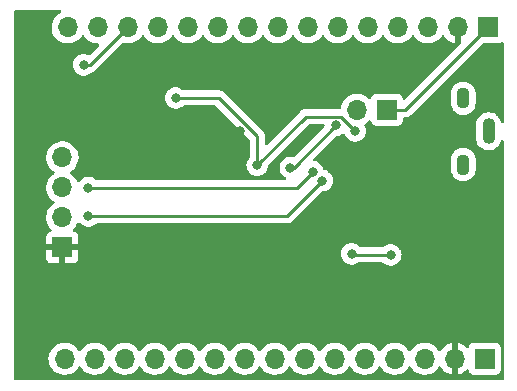
<source format=gbr>
%TF.GenerationSoftware,KiCad,Pcbnew,(6.0.5-0)*%
%TF.CreationDate,2022-07-12T00:15:49+05:30*%
%TF.ProjectId,STM32F103C8T6,53544d33-3246-4313-9033-433854362e6b,rev?*%
%TF.SameCoordinates,Original*%
%TF.FileFunction,Copper,L2,Bot*%
%TF.FilePolarity,Positive*%
%FSLAX46Y46*%
G04 Gerber Fmt 4.6, Leading zero omitted, Abs format (unit mm)*
G04 Created by KiCad (PCBNEW (6.0.5-0)) date 2022-07-12 00:15:49*
%MOMM*%
%LPD*%
G01*
G04 APERTURE LIST*
%TA.AperFunction,ComponentPad*%
%ADD10R,1.700000X1.700000*%
%TD*%
%TA.AperFunction,ComponentPad*%
%ADD11O,1.700000X1.700000*%
%TD*%
%TA.AperFunction,ComponentPad*%
%ADD12O,1.100000X1.800000*%
%TD*%
%TA.AperFunction,ComponentPad*%
%ADD13O,1.100000X2.200000*%
%TD*%
%TA.AperFunction,ViaPad*%
%ADD14C,0.800000*%
%TD*%
%TA.AperFunction,Conductor*%
%ADD15C,0.250000*%
%TD*%
%TA.AperFunction,Conductor*%
%ADD16C,0.254000*%
%TD*%
G04 APERTURE END LIST*
D10*
%TO.P,J4,1,Pin_1*%
%TO.N,GND*%
X116605000Y-131460000D03*
D11*
%TO.P,J4,2,Pin_2*%
%TO.N,SWDIO*%
X116605000Y-128920000D03*
%TO.P,J4,3,Pin_3*%
%TO.N,SWCLK*%
X116605000Y-126380000D03*
%TO.P,J4,4,Pin_4*%
%TO.N,+3.3V*%
X116605000Y-123840000D03*
%TD*%
D10*
%TO.P,J5,1,Pin_1*%
%TO.N,+3.3V*%
X144075000Y-119800000D03*
D11*
%TO.P,J5,2,Pin_2*%
%TO.N,/BOOT0*%
X141535000Y-119800000D03*
%TD*%
D12*
%TO.P,J1,6,Shield*%
%TO.N,unconnected-(J1-Pad6)*%
X150535000Y-118840000D03*
D13*
X152685000Y-121640000D03*
D12*
X150535000Y-124440000D03*
%TD*%
D10*
%TO.P,J2,1,Pin_1*%
%TO.N,+3.3V*%
X152615000Y-112830000D03*
D11*
%TO.P,J2,2,Pin_2*%
%TO.N,GND*%
X150075000Y-112830000D03*
%TO.P,J2,3,Pin_3*%
%TO.N,SWDIO*%
X147535000Y-112830000D03*
%TO.P,J2,4,Pin_4*%
%TO.N,SWCLK*%
X144995000Y-112830000D03*
%TO.P,J2,5,Pin_5*%
%TO.N,PA15*%
X142455000Y-112830000D03*
%TO.P,J2,6,Pin_6*%
%TO.N,SWO*%
X139915000Y-112830000D03*
%TO.P,J2,7,Pin_7*%
%TO.N,PB4*%
X137375000Y-112830000D03*
%TO.P,J2,8,Pin_8*%
%TO.N,PB5*%
X134835000Y-112830000D03*
%TO.P,J2,9,Pin_9*%
%TO.N,PB6*%
X132295000Y-112830000D03*
%TO.P,J2,10,Pin_10*%
%TO.N,PB7*%
X129755000Y-112830000D03*
%TO.P,J2,11,Pin_11*%
%TO.N,PB8*%
X127215000Y-112830000D03*
%TO.P,J2,12,Pin_12*%
%TO.N,PB9*%
X124675000Y-112830000D03*
%TO.P,J2,13,Pin_13*%
%TO.N,PC13*%
X122135000Y-112830000D03*
%TO.P,J2,14,Pin_14*%
%TO.N,PC14*%
X119595000Y-112830000D03*
%TO.P,J2,15,Pin_15*%
%TO.N,PC15*%
X117055000Y-112830000D03*
%TD*%
D10*
%TO.P,J3,1,Pin_1*%
%TO.N,+3.3V*%
X152345000Y-140880000D03*
D11*
%TO.P,J3,2,Pin_2*%
%TO.N,GND*%
X149805000Y-140880000D03*
%TO.P,J3,3,Pin_3*%
%TO.N,PA10*%
X147265000Y-140880000D03*
%TO.P,J3,4,Pin_4*%
%TO.N,PA9*%
X144725000Y-140880000D03*
%TO.P,J3,5,Pin_5*%
%TO.N,PA8*%
X142185000Y-140880000D03*
%TO.P,J3,6,Pin_6*%
%TO.N,PB11*%
X139645000Y-140880000D03*
%TO.P,J3,7,Pin_7*%
%TO.N,PB10*%
X137105000Y-140880000D03*
%TO.P,J3,8,Pin_8*%
%TO.N,PB2*%
X134565000Y-140880000D03*
%TO.P,J3,9,Pin_9*%
%TO.N,PB1*%
X132025000Y-140880000D03*
%TO.P,J3,10,Pin_10*%
%TO.N,PB0*%
X129485000Y-140880000D03*
%TO.P,J3,11,Pin_11*%
%TO.N,PA7*%
X126945000Y-140880000D03*
%TO.P,J3,12,Pin_12*%
%TO.N,PA6*%
X124405000Y-140880000D03*
%TO.P,J3,13,Pin_13*%
%TO.N,PA5*%
X121865000Y-140880000D03*
%TO.P,J3,14,Pin_14*%
%TO.N,PA4*%
X119325000Y-140880000D03*
%TO.P,J3,15,Pin_15*%
%TO.N,PA3*%
X116785000Y-140880000D03*
%TD*%
D14*
%TO.N,SWDIO*%
X118800000Y-128800000D03*
X138600000Y-125800000D03*
%TO.N,SWCLK*%
X137800000Y-125044014D03*
X118800000Y-126400000D03*
%TO.N,PC13*%
X118400000Y-116000000D03*
%TO.N,/BOOT0*%
X139800000Y-121100000D03*
X135900000Y-124700000D03*
%TO.N,GND*%
X144000000Y-116200000D03*
X140400000Y-134000000D03*
X148800000Y-118800000D03*
X118000000Y-121400000D03*
X141837701Y-123337701D03*
X116600000Y-133800000D03*
X144000000Y-125200000D03*
X131641218Y-121602593D03*
X153000000Y-127000000D03*
%TO.N,+3.3V*%
X133100000Y-124500000D03*
X141400000Y-121600000D03*
X144400000Y-132100000D03*
X126200000Y-118800000D03*
X141100000Y-132000000D03*
%TD*%
D15*
%TO.N,SWDIO*%
X135600000Y-128800000D02*
X138600000Y-125800000D01*
X118800000Y-128800000D02*
X135600000Y-128800000D01*
%TO.N,SWCLK*%
X118800000Y-126400000D02*
X136444014Y-126400000D01*
X136444014Y-126400000D02*
X137800000Y-125044014D01*
%TO.N,PC13*%
X122135000Y-112830000D02*
X118965000Y-116000000D01*
X118965000Y-116000000D02*
X118400000Y-116000000D01*
%TO.N,/BOOT0*%
X136200000Y-124700000D02*
X135900000Y-124700000D01*
X139800000Y-121100000D02*
X136200000Y-124700000D01*
%TO.N,GND*%
X141837701Y-123337701D02*
X143700000Y-125200000D01*
X143700000Y-125200000D02*
X144000000Y-125200000D01*
%TO.N,+3.3V*%
X133100000Y-122036761D02*
X129863239Y-118800000D01*
D16*
X141200000Y-132100000D02*
X141100000Y-132000000D01*
D15*
X129863239Y-118800000D02*
X126200000Y-118800000D01*
X141400000Y-121600000D02*
X140175489Y-120375489D01*
X137224511Y-120375489D02*
X133100000Y-124500000D01*
D16*
X144400000Y-132100000D02*
X141200000Y-132100000D01*
D15*
X145645000Y-119800000D02*
X144075000Y-119800000D01*
X133100000Y-124500000D02*
X133100000Y-122036761D01*
X140175489Y-120375489D02*
X137224511Y-120375489D01*
X152615000Y-112830000D02*
X145645000Y-119800000D01*
%TD*%
%TA.AperFunction,Conductor*%
%TO.N,GND*%
G36*
X116454275Y-111398502D02*
G01*
X116500768Y-111452158D01*
X116510872Y-111522432D01*
X116481378Y-111587012D01*
X116444336Y-111616262D01*
X116328607Y-111676507D01*
X116324474Y-111679610D01*
X116324471Y-111679612D01*
X116300247Y-111697800D01*
X116149965Y-111810635D01*
X115995629Y-111972138D01*
X115869743Y-112156680D01*
X115775688Y-112359305D01*
X115715989Y-112574570D01*
X115692251Y-112796695D01*
X115705110Y-113019715D01*
X115706247Y-113024761D01*
X115706248Y-113024767D01*
X115727275Y-113118069D01*
X115754222Y-113237639D01*
X115838266Y-113444616D01*
X115889942Y-113528944D01*
X115952291Y-113630688D01*
X115954987Y-113635088D01*
X116101250Y-113803938D01*
X116273126Y-113946632D01*
X116466000Y-114059338D01*
X116674692Y-114139030D01*
X116679760Y-114140061D01*
X116679763Y-114140062D01*
X116774862Y-114159410D01*
X116893597Y-114183567D01*
X116898772Y-114183757D01*
X116898774Y-114183757D01*
X117111673Y-114191564D01*
X117111677Y-114191564D01*
X117116837Y-114191753D01*
X117121957Y-114191097D01*
X117121959Y-114191097D01*
X117333288Y-114164025D01*
X117333289Y-114164025D01*
X117338416Y-114163368D01*
X117377434Y-114151662D01*
X117547429Y-114100661D01*
X117547434Y-114100659D01*
X117552384Y-114099174D01*
X117752994Y-114000896D01*
X117934860Y-113871173D01*
X118093096Y-113713489D01*
X118152594Y-113630689D01*
X118223453Y-113532077D01*
X118224776Y-113533028D01*
X118271645Y-113489857D01*
X118341580Y-113477625D01*
X118407026Y-113505144D01*
X118434875Y-113536994D01*
X118494987Y-113635088D01*
X118641250Y-113803938D01*
X118813126Y-113946632D01*
X119006000Y-114059338D01*
X119214692Y-114139030D01*
X119219760Y-114140061D01*
X119219763Y-114140062D01*
X119314862Y-114159410D01*
X119433597Y-114183567D01*
X119438771Y-114183757D01*
X119438773Y-114183757D01*
X119506293Y-114186233D01*
X119580649Y-114188959D01*
X119647990Y-114211443D01*
X119692486Y-114266767D01*
X119700008Y-114337364D01*
X119665126Y-114403969D01*
X118920381Y-115148714D01*
X118858069Y-115182740D01*
X118787254Y-115177675D01*
X118780038Y-115174726D01*
X118688323Y-115133892D01*
X118688315Y-115133889D01*
X118682288Y-115131206D01*
X118588888Y-115111353D01*
X118501944Y-115092872D01*
X118501939Y-115092872D01*
X118495487Y-115091500D01*
X118304513Y-115091500D01*
X118298061Y-115092872D01*
X118298056Y-115092872D01*
X118211112Y-115111353D01*
X118117712Y-115131206D01*
X118111682Y-115133891D01*
X118111681Y-115133891D01*
X117949278Y-115206197D01*
X117949276Y-115206198D01*
X117943248Y-115208882D01*
X117788747Y-115321134D01*
X117660960Y-115463056D01*
X117565473Y-115628444D01*
X117506458Y-115810072D01*
X117486496Y-116000000D01*
X117506458Y-116189928D01*
X117565473Y-116371556D01*
X117660960Y-116536944D01*
X117665378Y-116541851D01*
X117665379Y-116541852D01*
X117734370Y-116618474D01*
X117788747Y-116678866D01*
X117943248Y-116791118D01*
X117949276Y-116793802D01*
X117949278Y-116793803D01*
X118111681Y-116866109D01*
X118117712Y-116868794D01*
X118211113Y-116888647D01*
X118298056Y-116907128D01*
X118298061Y-116907128D01*
X118304513Y-116908500D01*
X118495487Y-116908500D01*
X118501939Y-116907128D01*
X118501944Y-116907128D01*
X118588887Y-116888647D01*
X118682288Y-116868794D01*
X118688319Y-116866109D01*
X118850722Y-116793803D01*
X118850724Y-116793802D01*
X118856752Y-116791118D01*
X119011253Y-116678866D01*
X119026812Y-116661586D01*
X119087259Y-116624348D01*
X119104650Y-116620893D01*
X119105495Y-116620786D01*
X119123797Y-116618474D01*
X119131168Y-116615555D01*
X119131170Y-116615555D01*
X119164912Y-116602196D01*
X119176142Y-116598351D01*
X119210983Y-116588229D01*
X119210984Y-116588229D01*
X119218593Y-116586018D01*
X119225412Y-116581985D01*
X119225417Y-116581983D01*
X119236028Y-116575707D01*
X119253776Y-116567012D01*
X119272617Y-116559552D01*
X119308387Y-116533564D01*
X119318307Y-116527048D01*
X119349535Y-116508580D01*
X119349538Y-116508578D01*
X119356362Y-116504542D01*
X119370683Y-116490221D01*
X119385717Y-116477380D01*
X119395694Y-116470131D01*
X119402107Y-116465472D01*
X119430298Y-116431395D01*
X119438288Y-116422616D01*
X121679549Y-114181355D01*
X121741861Y-114147329D01*
X121793762Y-114146979D01*
X121973597Y-114183567D01*
X121978772Y-114183757D01*
X121978774Y-114183757D01*
X122191673Y-114191564D01*
X122191677Y-114191564D01*
X122196837Y-114191753D01*
X122201957Y-114191097D01*
X122201959Y-114191097D01*
X122413288Y-114164025D01*
X122413289Y-114164025D01*
X122418416Y-114163368D01*
X122457434Y-114151662D01*
X122627429Y-114100661D01*
X122627434Y-114100659D01*
X122632384Y-114099174D01*
X122832994Y-114000896D01*
X123014860Y-113871173D01*
X123173096Y-113713489D01*
X123232594Y-113630689D01*
X123303453Y-113532077D01*
X123304776Y-113533028D01*
X123351645Y-113489857D01*
X123421580Y-113477625D01*
X123487026Y-113505144D01*
X123514875Y-113536994D01*
X123574987Y-113635088D01*
X123721250Y-113803938D01*
X123893126Y-113946632D01*
X124086000Y-114059338D01*
X124294692Y-114139030D01*
X124299760Y-114140061D01*
X124299763Y-114140062D01*
X124394862Y-114159410D01*
X124513597Y-114183567D01*
X124518772Y-114183757D01*
X124518774Y-114183757D01*
X124731673Y-114191564D01*
X124731677Y-114191564D01*
X124736837Y-114191753D01*
X124741957Y-114191097D01*
X124741959Y-114191097D01*
X124953288Y-114164025D01*
X124953289Y-114164025D01*
X124958416Y-114163368D01*
X124997434Y-114151662D01*
X125167429Y-114100661D01*
X125167434Y-114100659D01*
X125172384Y-114099174D01*
X125372994Y-114000896D01*
X125554860Y-113871173D01*
X125713096Y-113713489D01*
X125772594Y-113630689D01*
X125843453Y-113532077D01*
X125844776Y-113533028D01*
X125891645Y-113489857D01*
X125961580Y-113477625D01*
X126027026Y-113505144D01*
X126054875Y-113536994D01*
X126114987Y-113635088D01*
X126261250Y-113803938D01*
X126433126Y-113946632D01*
X126626000Y-114059338D01*
X126834692Y-114139030D01*
X126839760Y-114140061D01*
X126839763Y-114140062D01*
X126934862Y-114159410D01*
X127053597Y-114183567D01*
X127058772Y-114183757D01*
X127058774Y-114183757D01*
X127271673Y-114191564D01*
X127271677Y-114191564D01*
X127276837Y-114191753D01*
X127281957Y-114191097D01*
X127281959Y-114191097D01*
X127493288Y-114164025D01*
X127493289Y-114164025D01*
X127498416Y-114163368D01*
X127537434Y-114151662D01*
X127707429Y-114100661D01*
X127707434Y-114100659D01*
X127712384Y-114099174D01*
X127912994Y-114000896D01*
X128094860Y-113871173D01*
X128253096Y-113713489D01*
X128312594Y-113630689D01*
X128383453Y-113532077D01*
X128384776Y-113533028D01*
X128431645Y-113489857D01*
X128501580Y-113477625D01*
X128567026Y-113505144D01*
X128594875Y-113536994D01*
X128654987Y-113635088D01*
X128801250Y-113803938D01*
X128973126Y-113946632D01*
X129166000Y-114059338D01*
X129374692Y-114139030D01*
X129379760Y-114140061D01*
X129379763Y-114140062D01*
X129474862Y-114159410D01*
X129593597Y-114183567D01*
X129598772Y-114183757D01*
X129598774Y-114183757D01*
X129811673Y-114191564D01*
X129811677Y-114191564D01*
X129816837Y-114191753D01*
X129821957Y-114191097D01*
X129821959Y-114191097D01*
X130033288Y-114164025D01*
X130033289Y-114164025D01*
X130038416Y-114163368D01*
X130077434Y-114151662D01*
X130247429Y-114100661D01*
X130247434Y-114100659D01*
X130252384Y-114099174D01*
X130452994Y-114000896D01*
X130634860Y-113871173D01*
X130793096Y-113713489D01*
X130852594Y-113630689D01*
X130923453Y-113532077D01*
X130924776Y-113533028D01*
X130971645Y-113489857D01*
X131041580Y-113477625D01*
X131107026Y-113505144D01*
X131134875Y-113536994D01*
X131194987Y-113635088D01*
X131341250Y-113803938D01*
X131513126Y-113946632D01*
X131706000Y-114059338D01*
X131914692Y-114139030D01*
X131919760Y-114140061D01*
X131919763Y-114140062D01*
X132014862Y-114159410D01*
X132133597Y-114183567D01*
X132138772Y-114183757D01*
X132138774Y-114183757D01*
X132351673Y-114191564D01*
X132351677Y-114191564D01*
X132356837Y-114191753D01*
X132361957Y-114191097D01*
X132361959Y-114191097D01*
X132573288Y-114164025D01*
X132573289Y-114164025D01*
X132578416Y-114163368D01*
X132617434Y-114151662D01*
X132787429Y-114100661D01*
X132787434Y-114100659D01*
X132792384Y-114099174D01*
X132992994Y-114000896D01*
X133174860Y-113871173D01*
X133333096Y-113713489D01*
X133392594Y-113630689D01*
X133463453Y-113532077D01*
X133464776Y-113533028D01*
X133511645Y-113489857D01*
X133581580Y-113477625D01*
X133647026Y-113505144D01*
X133674875Y-113536994D01*
X133734987Y-113635088D01*
X133881250Y-113803938D01*
X134053126Y-113946632D01*
X134246000Y-114059338D01*
X134454692Y-114139030D01*
X134459760Y-114140061D01*
X134459763Y-114140062D01*
X134554862Y-114159410D01*
X134673597Y-114183567D01*
X134678772Y-114183757D01*
X134678774Y-114183757D01*
X134891673Y-114191564D01*
X134891677Y-114191564D01*
X134896837Y-114191753D01*
X134901957Y-114191097D01*
X134901959Y-114191097D01*
X135113288Y-114164025D01*
X135113289Y-114164025D01*
X135118416Y-114163368D01*
X135157434Y-114151662D01*
X135327429Y-114100661D01*
X135327434Y-114100659D01*
X135332384Y-114099174D01*
X135532994Y-114000896D01*
X135714860Y-113871173D01*
X135873096Y-113713489D01*
X135932594Y-113630689D01*
X136003453Y-113532077D01*
X136004776Y-113533028D01*
X136051645Y-113489857D01*
X136121580Y-113477625D01*
X136187026Y-113505144D01*
X136214875Y-113536994D01*
X136274987Y-113635088D01*
X136421250Y-113803938D01*
X136593126Y-113946632D01*
X136786000Y-114059338D01*
X136994692Y-114139030D01*
X136999760Y-114140061D01*
X136999763Y-114140062D01*
X137094862Y-114159410D01*
X137213597Y-114183567D01*
X137218772Y-114183757D01*
X137218774Y-114183757D01*
X137431673Y-114191564D01*
X137431677Y-114191564D01*
X137436837Y-114191753D01*
X137441957Y-114191097D01*
X137441959Y-114191097D01*
X137653288Y-114164025D01*
X137653289Y-114164025D01*
X137658416Y-114163368D01*
X137697434Y-114151662D01*
X137867429Y-114100661D01*
X137867434Y-114100659D01*
X137872384Y-114099174D01*
X138072994Y-114000896D01*
X138254860Y-113871173D01*
X138413096Y-113713489D01*
X138472594Y-113630689D01*
X138543453Y-113532077D01*
X138544776Y-113533028D01*
X138591645Y-113489857D01*
X138661580Y-113477625D01*
X138727026Y-113505144D01*
X138754875Y-113536994D01*
X138814987Y-113635088D01*
X138961250Y-113803938D01*
X139133126Y-113946632D01*
X139326000Y-114059338D01*
X139534692Y-114139030D01*
X139539760Y-114140061D01*
X139539763Y-114140062D01*
X139634862Y-114159410D01*
X139753597Y-114183567D01*
X139758772Y-114183757D01*
X139758774Y-114183757D01*
X139971673Y-114191564D01*
X139971677Y-114191564D01*
X139976837Y-114191753D01*
X139981957Y-114191097D01*
X139981959Y-114191097D01*
X140193288Y-114164025D01*
X140193289Y-114164025D01*
X140198416Y-114163368D01*
X140237434Y-114151662D01*
X140407429Y-114100661D01*
X140407434Y-114100659D01*
X140412384Y-114099174D01*
X140612994Y-114000896D01*
X140794860Y-113871173D01*
X140953096Y-113713489D01*
X141012594Y-113630689D01*
X141083453Y-113532077D01*
X141084776Y-113533028D01*
X141131645Y-113489857D01*
X141201580Y-113477625D01*
X141267026Y-113505144D01*
X141294875Y-113536994D01*
X141354987Y-113635088D01*
X141501250Y-113803938D01*
X141673126Y-113946632D01*
X141866000Y-114059338D01*
X142074692Y-114139030D01*
X142079760Y-114140061D01*
X142079763Y-114140062D01*
X142174862Y-114159410D01*
X142293597Y-114183567D01*
X142298772Y-114183757D01*
X142298774Y-114183757D01*
X142511673Y-114191564D01*
X142511677Y-114191564D01*
X142516837Y-114191753D01*
X142521957Y-114191097D01*
X142521959Y-114191097D01*
X142733288Y-114164025D01*
X142733289Y-114164025D01*
X142738416Y-114163368D01*
X142777434Y-114151662D01*
X142947429Y-114100661D01*
X142947434Y-114100659D01*
X142952384Y-114099174D01*
X143152994Y-114000896D01*
X143334860Y-113871173D01*
X143493096Y-113713489D01*
X143552594Y-113630689D01*
X143623453Y-113532077D01*
X143624776Y-113533028D01*
X143671645Y-113489857D01*
X143741580Y-113477625D01*
X143807026Y-113505144D01*
X143834875Y-113536994D01*
X143894987Y-113635088D01*
X144041250Y-113803938D01*
X144213126Y-113946632D01*
X144406000Y-114059338D01*
X144614692Y-114139030D01*
X144619760Y-114140061D01*
X144619763Y-114140062D01*
X144714862Y-114159410D01*
X144833597Y-114183567D01*
X144838772Y-114183757D01*
X144838774Y-114183757D01*
X145051673Y-114191564D01*
X145051677Y-114191564D01*
X145056837Y-114191753D01*
X145061957Y-114191097D01*
X145061959Y-114191097D01*
X145273288Y-114164025D01*
X145273289Y-114164025D01*
X145278416Y-114163368D01*
X145317434Y-114151662D01*
X145487429Y-114100661D01*
X145487434Y-114100659D01*
X145492384Y-114099174D01*
X145692994Y-114000896D01*
X145874860Y-113871173D01*
X146033096Y-113713489D01*
X146092594Y-113630689D01*
X146163453Y-113532077D01*
X146164776Y-113533028D01*
X146211645Y-113489857D01*
X146281580Y-113477625D01*
X146347026Y-113505144D01*
X146374875Y-113536994D01*
X146434987Y-113635088D01*
X146581250Y-113803938D01*
X146753126Y-113946632D01*
X146946000Y-114059338D01*
X147154692Y-114139030D01*
X147159760Y-114140061D01*
X147159763Y-114140062D01*
X147254862Y-114159410D01*
X147373597Y-114183567D01*
X147378772Y-114183757D01*
X147378774Y-114183757D01*
X147591673Y-114191564D01*
X147591677Y-114191564D01*
X147596837Y-114191753D01*
X147601957Y-114191097D01*
X147601959Y-114191097D01*
X147813288Y-114164025D01*
X147813289Y-114164025D01*
X147818416Y-114163368D01*
X147857434Y-114151662D01*
X148027429Y-114100661D01*
X148027434Y-114100659D01*
X148032384Y-114099174D01*
X148232994Y-114000896D01*
X148414860Y-113871173D01*
X148573096Y-113713489D01*
X148632594Y-113630689D01*
X148703453Y-113532077D01*
X148704640Y-113532930D01*
X148751960Y-113489362D01*
X148821897Y-113477145D01*
X148887338Y-113504678D01*
X148915166Y-113536511D01*
X148972694Y-113630388D01*
X148978777Y-113638699D01*
X149118213Y-113799667D01*
X149125580Y-113806883D01*
X149289434Y-113942916D01*
X149297881Y-113948831D01*
X149481756Y-114056279D01*
X149491042Y-114060729D01*
X149690001Y-114136703D01*
X149699899Y-114139579D01*
X149803250Y-114160606D01*
X149817299Y-114159410D01*
X149821000Y-114149065D01*
X149821000Y-112702000D01*
X149841002Y-112633879D01*
X149894658Y-112587386D01*
X149947000Y-112576000D01*
X150203000Y-112576000D01*
X150271121Y-112596002D01*
X150317614Y-112649658D01*
X150329000Y-112702000D01*
X150329000Y-114166632D01*
X150324185Y-114166632D01*
X150324178Y-114203140D01*
X150292384Y-114256712D01*
X147963077Y-116586018D01*
X145639724Y-118909371D01*
X145577412Y-118943397D01*
X145506597Y-118938332D01*
X145449761Y-118895785D01*
X145428047Y-118849423D01*
X145427598Y-118847534D01*
X145426745Y-118839684D01*
X145375615Y-118703295D01*
X145288261Y-118586739D01*
X145171705Y-118499385D01*
X145035316Y-118448255D01*
X144973134Y-118441500D01*
X143176866Y-118441500D01*
X143114684Y-118448255D01*
X142978295Y-118499385D01*
X142861739Y-118586739D01*
X142774385Y-118703295D01*
X142771233Y-118711703D01*
X142729919Y-118821907D01*
X142687277Y-118878671D01*
X142620716Y-118903371D01*
X142551367Y-118888163D01*
X142518743Y-118862476D01*
X142468151Y-118806875D01*
X142468142Y-118806866D01*
X142464670Y-118803051D01*
X142460619Y-118799852D01*
X142460615Y-118799848D01*
X142293414Y-118667800D01*
X142293410Y-118667798D01*
X142289359Y-118664598D01*
X142093789Y-118556638D01*
X142088920Y-118554914D01*
X142088916Y-118554912D01*
X141888087Y-118483795D01*
X141888083Y-118483794D01*
X141883212Y-118482069D01*
X141878119Y-118481162D01*
X141878116Y-118481161D01*
X141668373Y-118443800D01*
X141668367Y-118443799D01*
X141663284Y-118442894D01*
X141589452Y-118441992D01*
X141445081Y-118440228D01*
X141445079Y-118440228D01*
X141439911Y-118440165D01*
X141219091Y-118473955D01*
X141006756Y-118543357D01*
X140808607Y-118646507D01*
X140804474Y-118649610D01*
X140804471Y-118649612D01*
X140634100Y-118777530D01*
X140629965Y-118780635D01*
X140590525Y-118821907D01*
X140536280Y-118878671D01*
X140475629Y-118942138D01*
X140349743Y-119126680D01*
X140255688Y-119329305D01*
X140195989Y-119544570D01*
X140195440Y-119549705D01*
X140195440Y-119549706D01*
X140186926Y-119629378D01*
X140159798Y-119694987D01*
X140101506Y-119735516D01*
X140061639Y-119741989D01*
X137303274Y-119741989D01*
X137292090Y-119741462D01*
X137284602Y-119739788D01*
X137276679Y-119740037D01*
X137216544Y-119741927D01*
X137212586Y-119741989D01*
X137184655Y-119741989D01*
X137180740Y-119742484D01*
X137180736Y-119742484D01*
X137180678Y-119742492D01*
X137180649Y-119742495D01*
X137168807Y-119743428D01*
X137124621Y-119744816D01*
X137107255Y-119749861D01*
X137105169Y-119750467D01*
X137085817Y-119754475D01*
X137073579Y-119756021D01*
X137073577Y-119756022D01*
X137065714Y-119757015D01*
X137024597Y-119773295D01*
X137013396Y-119777130D01*
X136970917Y-119789471D01*
X136964098Y-119793504D01*
X136964093Y-119793506D01*
X136953482Y-119799782D01*
X136935732Y-119808479D01*
X136916894Y-119815937D01*
X136910478Y-119820598D01*
X136910477Y-119820599D01*
X136881136Y-119841917D01*
X136871212Y-119848436D01*
X136839971Y-119866911D01*
X136839966Y-119866915D01*
X136833148Y-119870947D01*
X136818824Y-119885271D01*
X136803792Y-119898110D01*
X136787404Y-119910017D01*
X136766994Y-119934689D01*
X136759223Y-119944082D01*
X136751233Y-119952862D01*
X133948595Y-122755500D01*
X133886283Y-122789526D01*
X133815468Y-122784461D01*
X133758632Y-122741914D01*
X133733821Y-122675394D01*
X133733500Y-122666405D01*
X133733500Y-122115528D01*
X133734027Y-122104345D01*
X133735702Y-122096852D01*
X133733562Y-122028775D01*
X133733500Y-122024816D01*
X133733500Y-121996905D01*
X133732995Y-121992905D01*
X133732062Y-121981062D01*
X133731677Y-121968794D01*
X133730673Y-121936871D01*
X133725022Y-121917419D01*
X133721014Y-121898067D01*
X133719467Y-121885824D01*
X133718474Y-121877964D01*
X133715357Y-121870091D01*
X133702200Y-121836858D01*
X133698355Y-121825631D01*
X133696480Y-121819177D01*
X133686018Y-121783168D01*
X133681984Y-121776346D01*
X133681981Y-121776340D01*
X133675706Y-121765729D01*
X133667010Y-121747979D01*
X133662472Y-121736517D01*
X133662469Y-121736512D01*
X133659552Y-121729144D01*
X133633573Y-121693386D01*
X133627057Y-121683468D01*
X133608575Y-121652218D01*
X133604542Y-121645398D01*
X133590218Y-121631074D01*
X133577376Y-121616039D01*
X133570493Y-121606565D01*
X133565472Y-121599654D01*
X133531406Y-121571472D01*
X133522627Y-121563483D01*
X130366891Y-118407747D01*
X130359351Y-118399461D01*
X130355239Y-118392982D01*
X130305587Y-118346356D01*
X130302746Y-118343602D01*
X130283009Y-118323865D01*
X130279812Y-118321385D01*
X130270790Y-118313680D01*
X130244339Y-118288841D01*
X130238560Y-118283414D01*
X130231614Y-118279595D01*
X130231611Y-118279593D01*
X130220805Y-118273652D01*
X130204286Y-118262801D01*
X130198287Y-118258148D01*
X130188280Y-118250386D01*
X130181011Y-118247241D01*
X130181007Y-118247238D01*
X130147702Y-118232826D01*
X130137052Y-118227609D01*
X130098299Y-118206305D01*
X130078676Y-118201267D01*
X130059973Y-118194863D01*
X130048659Y-118189967D01*
X130048658Y-118189967D01*
X130041384Y-118186819D01*
X130033561Y-118185580D01*
X130033551Y-118185577D01*
X129997715Y-118179901D01*
X129986095Y-118177495D01*
X129950950Y-118168472D01*
X129950949Y-118168472D01*
X129943269Y-118166500D01*
X129923015Y-118166500D01*
X129903304Y-118164949D01*
X129891125Y-118163020D01*
X129883296Y-118161780D01*
X129875404Y-118162526D01*
X129839278Y-118165941D01*
X129827420Y-118166500D01*
X126908200Y-118166500D01*
X126840079Y-118146498D01*
X126820853Y-118130157D01*
X126820580Y-118130460D01*
X126815668Y-118126037D01*
X126811253Y-118121134D01*
X126769217Y-118090593D01*
X126662094Y-118012763D01*
X126662093Y-118012762D01*
X126656752Y-118008882D01*
X126650724Y-118006198D01*
X126650722Y-118006197D01*
X126488319Y-117933891D01*
X126488318Y-117933891D01*
X126482288Y-117931206D01*
X126367689Y-117906847D01*
X126301944Y-117892872D01*
X126301939Y-117892872D01*
X126295487Y-117891500D01*
X126104513Y-117891500D01*
X126098061Y-117892872D01*
X126098056Y-117892872D01*
X126032311Y-117906847D01*
X125917712Y-117931206D01*
X125911682Y-117933891D01*
X125911681Y-117933891D01*
X125749278Y-118006197D01*
X125749276Y-118006198D01*
X125743248Y-118008882D01*
X125588747Y-118121134D01*
X125584326Y-118126044D01*
X125584325Y-118126045D01*
X125475203Y-118247238D01*
X125460960Y-118263056D01*
X125365473Y-118428444D01*
X125306458Y-118610072D01*
X125305768Y-118616633D01*
X125305768Y-118616635D01*
X125297415Y-118696109D01*
X125286496Y-118800000D01*
X125287186Y-118806565D01*
X125297361Y-118903371D01*
X125306458Y-118989928D01*
X125365473Y-119171556D01*
X125460960Y-119336944D01*
X125588747Y-119478866D01*
X125743248Y-119591118D01*
X125749276Y-119593802D01*
X125749278Y-119593803D01*
X125911681Y-119666109D01*
X125917712Y-119668794D01*
X126011112Y-119688647D01*
X126098056Y-119707128D01*
X126098061Y-119707128D01*
X126104513Y-119708500D01*
X126295487Y-119708500D01*
X126301939Y-119707128D01*
X126301944Y-119707128D01*
X126388888Y-119688647D01*
X126482288Y-119668794D01*
X126488319Y-119666109D01*
X126650722Y-119593803D01*
X126650724Y-119593802D01*
X126656752Y-119591118D01*
X126713751Y-119549706D01*
X126789671Y-119494546D01*
X126811253Y-119478866D01*
X126815668Y-119473963D01*
X126820580Y-119469540D01*
X126821705Y-119470789D01*
X126875014Y-119437949D01*
X126908200Y-119433500D01*
X129548645Y-119433500D01*
X129616766Y-119453502D01*
X129637740Y-119470405D01*
X132429595Y-122262260D01*
X132463621Y-122324572D01*
X132466500Y-122351355D01*
X132466500Y-123797476D01*
X132446498Y-123865597D01*
X132434142Y-123881779D01*
X132360960Y-123963056D01*
X132265473Y-124128444D01*
X132206458Y-124310072D01*
X132205768Y-124316633D01*
X132205768Y-124316635D01*
X132204527Y-124328444D01*
X132186496Y-124500000D01*
X132206458Y-124689928D01*
X132265473Y-124871556D01*
X132268776Y-124877278D01*
X132268777Y-124877279D01*
X132279705Y-124896206D01*
X132360960Y-125036944D01*
X132365378Y-125041851D01*
X132365379Y-125041852D01*
X132441187Y-125126045D01*
X132488747Y-125178866D01*
X132643248Y-125291118D01*
X132649276Y-125293802D01*
X132649278Y-125293803D01*
X132799386Y-125360635D01*
X132817712Y-125368794D01*
X132911113Y-125388647D01*
X132998056Y-125407128D01*
X132998061Y-125407128D01*
X133004513Y-125408500D01*
X133195487Y-125408500D01*
X133201939Y-125407128D01*
X133201944Y-125407128D01*
X133288887Y-125388647D01*
X133382288Y-125368794D01*
X133400614Y-125360635D01*
X133550722Y-125293803D01*
X133550724Y-125293802D01*
X133556752Y-125291118D01*
X133711253Y-125178866D01*
X133758813Y-125126045D01*
X133834621Y-125041852D01*
X133834622Y-125041851D01*
X133839040Y-125036944D01*
X133920295Y-124896206D01*
X133931223Y-124877279D01*
X133931224Y-124877278D01*
X133934527Y-124871556D01*
X133993542Y-124689928D01*
X134010907Y-124524706D01*
X134037920Y-124459050D01*
X134047122Y-124448782D01*
X137450010Y-121045894D01*
X137512322Y-121011868D01*
X137539105Y-121008989D01*
X138690917Y-121008989D01*
X138759038Y-121028991D01*
X138805531Y-121082647D01*
X138815635Y-121152921D01*
X138786141Y-121217501D01*
X138780013Y-121224083D01*
X137496967Y-122507128D01*
X136222912Y-123781183D01*
X136160600Y-123815209D01*
X136107623Y-123815335D01*
X136050412Y-123803175D01*
X136001944Y-123792872D01*
X136001940Y-123792872D01*
X135995487Y-123791500D01*
X135804513Y-123791500D01*
X135798061Y-123792872D01*
X135798056Y-123792872D01*
X135711112Y-123811353D01*
X135617712Y-123831206D01*
X135611682Y-123833891D01*
X135611681Y-123833891D01*
X135449278Y-123906197D01*
X135449276Y-123906198D01*
X135443248Y-123908882D01*
X135288747Y-124021134D01*
X135284326Y-124026044D01*
X135284325Y-124026045D01*
X135265752Y-124046673D01*
X135160960Y-124163056D01*
X135065473Y-124328444D01*
X135006458Y-124510072D01*
X134986496Y-124700000D01*
X134987186Y-124706565D01*
X135005129Y-124877279D01*
X135006458Y-124889928D01*
X135065473Y-125071556D01*
X135160960Y-125236944D01*
X135165378Y-125241851D01*
X135165379Y-125241852D01*
X135279678Y-125368794D01*
X135288747Y-125378866D01*
X135443248Y-125491118D01*
X135449276Y-125493802D01*
X135449278Y-125493803D01*
X135520231Y-125525393D01*
X135574327Y-125571373D01*
X135594976Y-125639300D01*
X135575624Y-125707609D01*
X135522413Y-125754610D01*
X135468982Y-125766500D01*
X119508200Y-125766500D01*
X119440079Y-125746498D01*
X119420853Y-125730157D01*
X119420580Y-125730460D01*
X119415668Y-125726037D01*
X119411253Y-125721134D01*
X119347362Y-125674714D01*
X119262094Y-125612763D01*
X119262093Y-125612762D01*
X119256752Y-125608882D01*
X119250724Y-125606198D01*
X119250722Y-125606197D01*
X119088319Y-125533891D01*
X119088318Y-125533891D01*
X119082288Y-125531206D01*
X118988887Y-125511353D01*
X118901944Y-125492872D01*
X118901939Y-125492872D01*
X118895487Y-125491500D01*
X118704513Y-125491500D01*
X118698061Y-125492872D01*
X118698056Y-125492872D01*
X118611113Y-125511353D01*
X118517712Y-125531206D01*
X118511682Y-125533891D01*
X118511681Y-125533891D01*
X118349278Y-125606197D01*
X118349276Y-125606198D01*
X118343248Y-125608882D01*
X118188747Y-125721134D01*
X118184326Y-125726044D01*
X118184325Y-125726045D01*
X118141759Y-125773319D01*
X118060960Y-125863056D01*
X118059772Y-125861986D01*
X118009959Y-125900397D01*
X117939223Y-125906471D01*
X117876432Y-125873338D01*
X117848698Y-125833224D01*
X117831397Y-125793435D01*
X117806354Y-125735840D01*
X117762373Y-125667855D01*
X117687822Y-125552617D01*
X117687820Y-125552614D01*
X117685014Y-125548277D01*
X117534670Y-125383051D01*
X117530619Y-125379852D01*
X117530615Y-125379848D01*
X117363414Y-125247800D01*
X117363410Y-125247798D01*
X117359359Y-125244598D01*
X117318053Y-125221796D01*
X117268084Y-125171364D01*
X117253312Y-125101921D01*
X117278428Y-125035516D01*
X117305780Y-125008909D01*
X117349603Y-124977650D01*
X117484860Y-124881173D01*
X117643096Y-124723489D01*
X117659975Y-124700000D01*
X117770435Y-124546277D01*
X117773453Y-124542077D01*
X117787929Y-124512788D01*
X117870136Y-124346453D01*
X117870137Y-124346451D01*
X117872430Y-124341811D01*
X117928231Y-124158148D01*
X117935865Y-124133023D01*
X117935865Y-124133021D01*
X117937370Y-124128069D01*
X117966529Y-123906590D01*
X117966946Y-123889534D01*
X117968074Y-123843365D01*
X117968074Y-123843361D01*
X117968156Y-123840000D01*
X117949852Y-123617361D01*
X117895431Y-123400702D01*
X117806354Y-123195840D01*
X117749310Y-123107664D01*
X117687822Y-123012617D01*
X117687820Y-123012614D01*
X117685014Y-123008277D01*
X117534670Y-122843051D01*
X117530619Y-122839852D01*
X117530615Y-122839848D01*
X117363414Y-122707800D01*
X117363410Y-122707798D01*
X117359359Y-122704598D01*
X117163789Y-122596638D01*
X117158920Y-122594914D01*
X117158916Y-122594912D01*
X116958087Y-122523795D01*
X116958083Y-122523794D01*
X116953212Y-122522069D01*
X116948119Y-122521162D01*
X116948116Y-122521161D01*
X116738373Y-122483800D01*
X116738367Y-122483799D01*
X116733284Y-122482894D01*
X116659452Y-122481992D01*
X116515081Y-122480228D01*
X116515079Y-122480228D01*
X116509911Y-122480165D01*
X116289091Y-122513955D01*
X116076756Y-122583357D01*
X116046443Y-122599137D01*
X115917223Y-122666405D01*
X115878607Y-122686507D01*
X115874474Y-122689610D01*
X115874471Y-122689612D01*
X115704100Y-122817530D01*
X115699965Y-122820635D01*
X115545629Y-122982138D01*
X115542715Y-122986410D01*
X115542714Y-122986411D01*
X115463805Y-123102088D01*
X115419743Y-123166680D01*
X115388131Y-123234782D01*
X115336826Y-123345311D01*
X115325688Y-123369305D01*
X115265989Y-123584570D01*
X115242251Y-123806695D01*
X115242548Y-123811848D01*
X115242548Y-123811851D01*
X115251596Y-123968774D01*
X115255110Y-124029715D01*
X115256247Y-124034761D01*
X115256248Y-124034767D01*
X115272938Y-124108822D01*
X115304222Y-124247639D01*
X115388266Y-124454616D01*
X115504987Y-124645088D01*
X115651250Y-124813938D01*
X115823126Y-124956632D01*
X115881026Y-124990466D01*
X115896445Y-124999476D01*
X115945169Y-125051114D01*
X115958240Y-125120897D01*
X115931509Y-125186669D01*
X115891055Y-125220027D01*
X115878607Y-125226507D01*
X115874474Y-125229610D01*
X115874471Y-125229612D01*
X115797722Y-125287237D01*
X115699965Y-125360635D01*
X115696393Y-125364373D01*
X115572707Y-125493803D01*
X115545629Y-125522138D01*
X115542715Y-125526410D01*
X115542714Y-125526411D01*
X115457556Y-125651249D01*
X115419743Y-125706680D01*
X115373378Y-125806565D01*
X115347653Y-125861986D01*
X115325688Y-125909305D01*
X115265989Y-126124570D01*
X115242251Y-126346695D01*
X115242548Y-126351848D01*
X115242548Y-126351851D01*
X115249872Y-126478866D01*
X115255110Y-126569715D01*
X115256247Y-126574761D01*
X115256248Y-126574767D01*
X115276834Y-126666109D01*
X115304222Y-126787639D01*
X115388266Y-126994616D01*
X115504987Y-127185088D01*
X115651250Y-127353938D01*
X115823126Y-127496632D01*
X115893595Y-127537811D01*
X115896445Y-127539476D01*
X115945169Y-127591114D01*
X115958240Y-127660897D01*
X115931509Y-127726669D01*
X115891055Y-127760027D01*
X115878607Y-127766507D01*
X115874474Y-127769610D01*
X115874471Y-127769612D01*
X115710304Y-127892872D01*
X115699965Y-127900635D01*
X115696393Y-127904373D01*
X115599088Y-128006197D01*
X115545629Y-128062138D01*
X115542715Y-128066410D01*
X115542714Y-128066411D01*
X115476402Y-128163621D01*
X115419743Y-128246680D01*
X115325688Y-128449305D01*
X115265989Y-128664570D01*
X115242251Y-128886695D01*
X115255110Y-129109715D01*
X115256247Y-129114761D01*
X115256248Y-129114767D01*
X115277275Y-129208069D01*
X115304222Y-129327639D01*
X115388266Y-129534616D01*
X115504987Y-129725088D01*
X115651250Y-129893938D01*
X115655225Y-129897238D01*
X115655231Y-129897244D01*
X115660425Y-129901556D01*
X115700059Y-129960460D01*
X115701555Y-130031441D01*
X115664439Y-130091962D01*
X115624168Y-130116480D01*
X115516946Y-130156676D01*
X115501351Y-130165214D01*
X115399276Y-130241715D01*
X115386715Y-130254276D01*
X115310214Y-130356351D01*
X115301676Y-130371946D01*
X115256522Y-130492394D01*
X115252895Y-130507649D01*
X115247369Y-130558514D01*
X115247000Y-130565328D01*
X115247000Y-131187885D01*
X115251475Y-131203124D01*
X115252865Y-131204329D01*
X115260548Y-131206000D01*
X117944884Y-131206000D01*
X117960123Y-131201525D01*
X117961328Y-131200135D01*
X117962999Y-131192452D01*
X117962999Y-130565331D01*
X117962629Y-130558510D01*
X117957105Y-130507648D01*
X117953479Y-130492396D01*
X117908324Y-130371946D01*
X117899786Y-130356351D01*
X117823285Y-130254276D01*
X117810724Y-130241715D01*
X117708649Y-130165214D01*
X117693054Y-130156676D01*
X117582813Y-130115348D01*
X117526049Y-130072706D01*
X117501349Y-130006145D01*
X117516557Y-129936796D01*
X117538104Y-129908115D01*
X117639430Y-129807144D01*
X117639440Y-129807132D01*
X117643096Y-129803489D01*
X117702594Y-129720689D01*
X117770435Y-129626277D01*
X117773453Y-129622077D01*
X117866623Y-129433562D01*
X117870136Y-129426453D01*
X117870137Y-129426451D01*
X117872430Y-129421811D01*
X117874405Y-129415310D01*
X117874765Y-129414762D01*
X117875836Y-129412056D01*
X117876395Y-129412277D01*
X117913351Y-129355949D01*
X117978208Y-129327067D01*
X118048383Y-129337834D01*
X118088597Y-129367638D01*
X118146605Y-129432062D01*
X118188747Y-129478866D01*
X118343248Y-129591118D01*
X118349276Y-129593802D01*
X118349278Y-129593803D01*
X118511681Y-129666109D01*
X118517712Y-129668794D01*
X118611112Y-129688647D01*
X118698056Y-129707128D01*
X118698061Y-129707128D01*
X118704513Y-129708500D01*
X118895487Y-129708500D01*
X118901939Y-129707128D01*
X118901944Y-129707128D01*
X118988888Y-129688647D01*
X119082288Y-129668794D01*
X119088319Y-129666109D01*
X119250722Y-129593803D01*
X119250724Y-129593802D01*
X119256752Y-129591118D01*
X119328459Y-129539020D01*
X119389671Y-129494546D01*
X119411253Y-129478866D01*
X119415668Y-129473963D01*
X119420580Y-129469540D01*
X119421705Y-129470789D01*
X119475014Y-129437949D01*
X119508200Y-129433500D01*
X135521233Y-129433500D01*
X135532416Y-129434027D01*
X135539909Y-129435702D01*
X135547835Y-129435453D01*
X135547836Y-129435453D01*
X135607986Y-129433562D01*
X135611945Y-129433500D01*
X135639856Y-129433500D01*
X135643791Y-129433003D01*
X135643856Y-129432995D01*
X135655693Y-129432062D01*
X135687951Y-129431048D01*
X135691970Y-129430922D01*
X135699889Y-129430673D01*
X135719343Y-129425021D01*
X135738700Y-129421013D01*
X135750930Y-129419468D01*
X135750931Y-129419468D01*
X135758797Y-129418474D01*
X135766168Y-129415555D01*
X135766170Y-129415555D01*
X135799912Y-129402196D01*
X135811142Y-129398351D01*
X135845983Y-129388229D01*
X135845984Y-129388229D01*
X135853593Y-129386018D01*
X135860412Y-129381985D01*
X135860417Y-129381983D01*
X135871028Y-129375707D01*
X135888776Y-129367012D01*
X135907617Y-129359552D01*
X135943387Y-129333564D01*
X135953307Y-129327048D01*
X135984535Y-129308580D01*
X135984538Y-129308578D01*
X135991362Y-129304542D01*
X136005683Y-129290221D01*
X136020717Y-129277380D01*
X136030694Y-129270131D01*
X136037107Y-129265472D01*
X136065298Y-129231395D01*
X136073288Y-129222616D01*
X138550499Y-126745405D01*
X138612811Y-126711379D01*
X138639594Y-126708500D01*
X138695487Y-126708500D01*
X138701939Y-126707128D01*
X138701944Y-126707128D01*
X138788887Y-126688647D01*
X138882288Y-126668794D01*
X138888319Y-126666109D01*
X139050722Y-126593803D01*
X139050724Y-126593802D01*
X139056752Y-126591118D01*
X139211253Y-126478866D01*
X139339040Y-126336944D01*
X139434527Y-126171556D01*
X139493542Y-125989928D01*
X139513504Y-125800000D01*
X139512814Y-125793435D01*
X139494232Y-125616635D01*
X139494232Y-125616633D01*
X139493542Y-125610072D01*
X139434527Y-125428444D01*
X139339040Y-125263056D01*
X139325304Y-125247800D01*
X139215675Y-125126045D01*
X139215674Y-125126044D01*
X139211253Y-125121134D01*
X139095376Y-125036944D01*
X139062094Y-125012763D01*
X139062093Y-125012762D01*
X139056752Y-125008882D01*
X139050724Y-125006198D01*
X139050722Y-125006197D01*
X138888319Y-124933891D01*
X138888318Y-124933891D01*
X138882288Y-124931206D01*
X138875827Y-124929833D01*
X138875822Y-124929831D01*
X138777612Y-124908955D01*
X138715138Y-124875227D01*
X138694814Y-124842237D01*
X149476500Y-124842237D01*
X149476800Y-124845293D01*
X149476800Y-124845300D01*
X149491034Y-124990466D01*
X149491635Y-124996592D01*
X149529164Y-125120897D01*
X149549022Y-125186669D01*
X149551632Y-125195315D01*
X149554527Y-125200760D01*
X149554528Y-125200762D01*
X149643874Y-125368794D01*
X149649087Y-125378599D01*
X149694865Y-125434729D01*
X149776390Y-125534689D01*
X149776393Y-125534692D01*
X149780285Y-125539464D01*
X149785033Y-125543392D01*
X149785034Y-125543393D01*
X149864196Y-125608882D01*
X149940230Y-125671783D01*
X149945647Y-125674712D01*
X149945650Y-125674714D01*
X150117410Y-125767584D01*
X150117415Y-125767586D01*
X150122830Y-125770514D01*
X150321129Y-125831898D01*
X150327254Y-125832542D01*
X150327255Y-125832542D01*
X150521446Y-125852952D01*
X150521448Y-125852952D01*
X150527575Y-125853596D01*
X150613485Y-125845777D01*
X150728164Y-125835341D01*
X150728167Y-125835340D01*
X150734303Y-125834782D01*
X150740209Y-125833044D01*
X150740213Y-125833043D01*
X150927531Y-125777912D01*
X150927530Y-125777912D01*
X150933440Y-125776173D01*
X151117400Y-125680001D01*
X151279177Y-125549929D01*
X151284662Y-125543393D01*
X151408650Y-125395629D01*
X151412609Y-125390911D01*
X151415573Y-125385519D01*
X151415576Y-125385515D01*
X151509646Y-125214402D01*
X151512613Y-125209005D01*
X151575379Y-125011139D01*
X151576350Y-125002489D01*
X151590624Y-124875227D01*
X151593500Y-124849587D01*
X151593500Y-124037763D01*
X151592780Y-124030413D01*
X151578966Y-123889534D01*
X151578965Y-123889531D01*
X151578365Y-123883408D01*
X151518368Y-123684685D01*
X151467867Y-123589707D01*
X151423809Y-123506847D01*
X151423808Y-123506845D01*
X151420913Y-123501401D01*
X151317250Y-123374297D01*
X151293610Y-123345311D01*
X151293607Y-123345308D01*
X151289715Y-123340536D01*
X151282770Y-123334790D01*
X151134518Y-123212145D01*
X151134519Y-123212145D01*
X151129770Y-123208217D01*
X151124353Y-123205288D01*
X151124350Y-123205286D01*
X150952590Y-123112416D01*
X150952585Y-123112414D01*
X150947170Y-123109486D01*
X150748871Y-123048102D01*
X150742746Y-123047458D01*
X150742745Y-123047458D01*
X150548554Y-123027048D01*
X150548552Y-123027048D01*
X150542425Y-123026404D01*
X150456515Y-123034223D01*
X150341836Y-123044659D01*
X150341833Y-123044660D01*
X150335697Y-123045218D01*
X150329791Y-123046956D01*
X150329787Y-123046957D01*
X150230629Y-123076141D01*
X150136560Y-123103827D01*
X149952600Y-123199999D01*
X149790823Y-123330071D01*
X149786865Y-123334788D01*
X149786863Y-123334790D01*
X149727346Y-123405720D01*
X149657391Y-123489089D01*
X149654427Y-123494481D01*
X149654424Y-123494485D01*
X149584035Y-123622522D01*
X149557387Y-123670995D01*
X149494621Y-123868861D01*
X149493935Y-123874978D01*
X149493934Y-123874982D01*
X149487740Y-123930209D01*
X149476500Y-124030413D01*
X149476500Y-124842237D01*
X138694814Y-124842237D01*
X138683976Y-124824645D01*
X138636569Y-124678743D01*
X138634527Y-124672458D01*
X138539040Y-124507070D01*
X138518335Y-124484074D01*
X138415675Y-124370059D01*
X138415674Y-124370058D01*
X138411253Y-124365148D01*
X138256752Y-124252896D01*
X138250724Y-124250212D01*
X138250722Y-124250211D01*
X138088319Y-124177905D01*
X138088318Y-124177905D01*
X138082288Y-124175220D01*
X137928593Y-124142551D01*
X137866120Y-124108822D01*
X137831798Y-124046673D01*
X137836526Y-123975834D01*
X137865695Y-123930209D01*
X138719764Y-123076141D01*
X139750500Y-122045405D01*
X139812812Y-122011379D01*
X139839595Y-122008500D01*
X139895487Y-122008500D01*
X139901939Y-122007128D01*
X139901944Y-122007128D01*
X139996631Y-121987001D01*
X140082288Y-121968794D01*
X140090201Y-121965271D01*
X140250722Y-121893803D01*
X140250724Y-121893802D01*
X140256752Y-121891118D01*
X140285693Y-121870091D01*
X140345065Y-121826955D01*
X140411933Y-121803096D01*
X140481084Y-121819177D01*
X140530565Y-121870091D01*
X140538959Y-121889955D01*
X140565473Y-121971556D01*
X140568776Y-121977278D01*
X140568777Y-121977279D01*
X140586803Y-122008500D01*
X140660960Y-122136944D01*
X140788747Y-122278866D01*
X140816686Y-122299165D01*
X140918654Y-122373249D01*
X140943248Y-122391118D01*
X140949276Y-122393802D01*
X140949278Y-122393803D01*
X141073586Y-122449148D01*
X141117712Y-122468794D01*
X141211113Y-122488647D01*
X141298056Y-122507128D01*
X141298061Y-122507128D01*
X141304513Y-122508500D01*
X141495487Y-122508500D01*
X141501939Y-122507128D01*
X141501944Y-122507128D01*
X141588887Y-122488647D01*
X141682288Y-122468794D01*
X141726414Y-122449148D01*
X141850722Y-122393803D01*
X141850724Y-122393802D01*
X141856752Y-122391118D01*
X141881347Y-122373249D01*
X141983314Y-122299165D01*
X142011253Y-122278866D01*
X142139040Y-122136944D01*
X142213197Y-122008500D01*
X142231223Y-121977279D01*
X142231224Y-121977278D01*
X142234527Y-121971556D01*
X142293542Y-121789928D01*
X142294253Y-121783168D01*
X142312814Y-121606565D01*
X142313504Y-121600000D01*
X142293542Y-121410072D01*
X142234527Y-121228444D01*
X142185427Y-121143400D01*
X142168689Y-121074404D01*
X142191910Y-121007313D01*
X142229614Y-120972552D01*
X142232994Y-120970896D01*
X142414860Y-120841173D01*
X142523091Y-120733319D01*
X142585462Y-120699404D01*
X142656268Y-120704592D01*
X142713030Y-120747238D01*
X142730012Y-120778341D01*
X142774385Y-120896705D01*
X142861739Y-121013261D01*
X142978295Y-121100615D01*
X143114684Y-121151745D01*
X143176866Y-121158500D01*
X144973134Y-121158500D01*
X145035316Y-121151745D01*
X145171705Y-121100615D01*
X145288261Y-121013261D01*
X145375615Y-120896705D01*
X145426745Y-120760316D01*
X145433500Y-120698134D01*
X145433500Y-120559500D01*
X145453502Y-120491379D01*
X145507158Y-120444886D01*
X145559500Y-120433500D01*
X145566233Y-120433500D01*
X145577416Y-120434027D01*
X145584909Y-120435702D01*
X145592835Y-120435453D01*
X145592836Y-120435453D01*
X145652986Y-120433562D01*
X145656945Y-120433500D01*
X145684856Y-120433500D01*
X145688791Y-120433003D01*
X145688856Y-120432995D01*
X145700693Y-120432062D01*
X145732951Y-120431048D01*
X145736970Y-120430922D01*
X145744889Y-120430673D01*
X145764343Y-120425021D01*
X145783700Y-120421013D01*
X145795930Y-120419468D01*
X145795931Y-120419468D01*
X145803797Y-120418474D01*
X145811168Y-120415555D01*
X145811170Y-120415555D01*
X145844912Y-120402196D01*
X145856142Y-120398351D01*
X145890983Y-120388229D01*
X145890984Y-120388229D01*
X145898593Y-120386018D01*
X145905412Y-120381985D01*
X145905417Y-120381983D01*
X145916028Y-120375707D01*
X145933776Y-120367012D01*
X145952617Y-120359552D01*
X145988387Y-120333564D01*
X145998307Y-120327048D01*
X146029535Y-120308580D01*
X146029538Y-120308578D01*
X146036362Y-120304542D01*
X146050683Y-120290221D01*
X146065717Y-120277380D01*
X146075694Y-120270131D01*
X146082107Y-120265472D01*
X146110298Y-120231395D01*
X146118288Y-120222616D01*
X147098667Y-119242237D01*
X149476500Y-119242237D01*
X149476800Y-119245293D01*
X149476800Y-119245300D01*
X149491034Y-119390466D01*
X149491635Y-119396592D01*
X149551632Y-119595315D01*
X149554527Y-119600760D01*
X149554528Y-119600762D01*
X149634129Y-119750467D01*
X149649087Y-119778599D01*
X149670481Y-119804831D01*
X149776390Y-119934689D01*
X149776393Y-119934692D01*
X149780285Y-119939464D01*
X149785033Y-119943392D01*
X149785034Y-119943393D01*
X149885377Y-120026404D01*
X149940230Y-120071783D01*
X149945647Y-120074712D01*
X149945650Y-120074714D01*
X150117410Y-120167584D01*
X150117415Y-120167586D01*
X150122830Y-120170514D01*
X150321129Y-120231898D01*
X150327254Y-120232542D01*
X150327255Y-120232542D01*
X150521446Y-120252952D01*
X150521448Y-120252952D01*
X150527575Y-120253596D01*
X150613485Y-120245777D01*
X150728164Y-120235341D01*
X150728167Y-120235340D01*
X150734303Y-120234782D01*
X150740209Y-120233044D01*
X150740213Y-120233043D01*
X150927531Y-120177912D01*
X150927530Y-120177912D01*
X150933440Y-120176173D01*
X151117400Y-120080001D01*
X151279177Y-119949929D01*
X151284084Y-119944082D01*
X151408650Y-119795629D01*
X151412609Y-119790911D01*
X151415573Y-119785519D01*
X151415576Y-119785515D01*
X151509646Y-119614402D01*
X151512613Y-119609005D01*
X151575379Y-119411139D01*
X151576350Y-119402489D01*
X151593107Y-119253087D01*
X151593500Y-119249587D01*
X151593500Y-118437763D01*
X151592780Y-118430413D01*
X151578966Y-118289534D01*
X151578965Y-118289531D01*
X151578365Y-118283408D01*
X151530855Y-118126045D01*
X151520152Y-118090593D01*
X151520151Y-118090590D01*
X151518368Y-118084685D01*
X151480126Y-118012763D01*
X151423809Y-117906847D01*
X151423808Y-117906845D01*
X151420913Y-117901401D01*
X151372083Y-117841529D01*
X151293610Y-117745311D01*
X151293607Y-117745308D01*
X151289715Y-117740536D01*
X151282770Y-117734790D01*
X151134518Y-117612145D01*
X151134519Y-117612145D01*
X151129770Y-117608217D01*
X151124353Y-117605288D01*
X151124350Y-117605286D01*
X150952590Y-117512416D01*
X150952585Y-117512414D01*
X150947170Y-117509486D01*
X150748871Y-117448102D01*
X150742746Y-117447458D01*
X150742745Y-117447458D01*
X150548554Y-117427048D01*
X150548552Y-117427048D01*
X150542425Y-117426404D01*
X150456515Y-117434223D01*
X150341836Y-117444659D01*
X150341833Y-117444660D01*
X150335697Y-117445218D01*
X150329791Y-117446956D01*
X150329787Y-117446957D01*
X150181932Y-117490473D01*
X150136560Y-117503827D01*
X149952600Y-117599999D01*
X149790823Y-117730071D01*
X149786865Y-117734788D01*
X149786863Y-117734790D01*
X149782042Y-117740536D01*
X149657391Y-117889089D01*
X149654427Y-117894481D01*
X149654424Y-117894485D01*
X149593010Y-118006197D01*
X149557387Y-118070995D01*
X149494621Y-118268861D01*
X149493935Y-118274978D01*
X149493934Y-118274982D01*
X149492380Y-118288841D01*
X149476500Y-118430413D01*
X149476500Y-119242237D01*
X147098667Y-119242237D01*
X152115499Y-114225405D01*
X152177811Y-114191379D01*
X152204594Y-114188500D01*
X153513134Y-114188500D01*
X153575316Y-114181745D01*
X153711705Y-114130615D01*
X153769935Y-114086974D01*
X153836441Y-114062126D01*
X153905824Y-114077179D01*
X153956054Y-114127353D01*
X153971500Y-114187800D01*
X153971500Y-120835441D01*
X153951498Y-120903562D01*
X153897842Y-120950055D01*
X153827568Y-120960159D01*
X153762988Y-120930665D01*
X153724878Y-120871858D01*
X153670152Y-120690593D01*
X153670151Y-120690590D01*
X153668368Y-120684685D01*
X153570913Y-120501401D01*
X153486868Y-120398351D01*
X153443610Y-120345311D01*
X153443607Y-120345308D01*
X153439715Y-120340536D01*
X153432770Y-120334790D01*
X153284518Y-120212145D01*
X153284519Y-120212145D01*
X153279770Y-120208217D01*
X153274353Y-120205288D01*
X153274350Y-120205286D01*
X153102590Y-120112416D01*
X153102585Y-120112414D01*
X153097170Y-120109486D01*
X152898871Y-120048102D01*
X152892746Y-120047458D01*
X152892745Y-120047458D01*
X152698554Y-120027048D01*
X152698552Y-120027048D01*
X152692425Y-120026404D01*
X152606515Y-120034223D01*
X152491836Y-120044659D01*
X152491833Y-120044660D01*
X152485697Y-120045218D01*
X152479791Y-120046956D01*
X152479787Y-120046957D01*
X152380629Y-120076141D01*
X152286560Y-120103827D01*
X152102600Y-120199999D01*
X151940823Y-120330071D01*
X151936865Y-120334788D01*
X151936863Y-120334790D01*
X151883529Y-120398351D01*
X151807391Y-120489089D01*
X151804427Y-120494481D01*
X151804424Y-120494485D01*
X151797628Y-120506847D01*
X151707387Y-120670995D01*
X151644621Y-120868861D01*
X151643935Y-120874978D01*
X151643934Y-120874982D01*
X151635514Y-120950055D01*
X151626500Y-121030413D01*
X151626500Y-122242237D01*
X151626800Y-122245293D01*
X151626800Y-122245300D01*
X151641034Y-122390466D01*
X151641635Y-122396592D01*
X151676832Y-122513173D01*
X151698022Y-122583357D01*
X151701632Y-122595315D01*
X151704527Y-122600760D01*
X151704528Y-122600762D01*
X151739432Y-122666405D01*
X151799087Y-122778599D01*
X151830838Y-122817530D01*
X151926390Y-122934689D01*
X151926393Y-122934692D01*
X151930285Y-122939464D01*
X151935033Y-122943392D01*
X151935034Y-122943393D01*
X151987034Y-122986411D01*
X152090230Y-123071783D01*
X152095647Y-123074712D01*
X152095650Y-123074714D01*
X152267410Y-123167584D01*
X152267415Y-123167586D01*
X152272830Y-123170514D01*
X152471129Y-123231898D01*
X152477254Y-123232542D01*
X152477255Y-123232542D01*
X152671446Y-123252952D01*
X152671448Y-123252952D01*
X152677575Y-123253596D01*
X152763485Y-123245777D01*
X152878164Y-123235341D01*
X152878167Y-123235340D01*
X152884303Y-123234782D01*
X152890209Y-123233044D01*
X152890213Y-123233043D01*
X153077531Y-123177912D01*
X153077530Y-123177912D01*
X153083440Y-123176173D01*
X153267400Y-123080001D01*
X153429177Y-122949929D01*
X153434662Y-122943393D01*
X153558650Y-122795629D01*
X153562609Y-122790911D01*
X153565573Y-122785519D01*
X153565576Y-122785515D01*
X153659646Y-122614402D01*
X153662613Y-122609005D01*
X153725379Y-122411139D01*
X153728135Y-122412013D01*
X153756060Y-122360398D01*
X153818240Y-122326132D01*
X153889075Y-122330923D01*
X153946075Y-122373249D01*
X153971143Y-122439672D01*
X153971500Y-122449148D01*
X153971500Y-142575500D01*
X153951498Y-142643621D01*
X153897842Y-142690114D01*
X153845500Y-142701500D01*
X112614500Y-142701500D01*
X112546379Y-142681498D01*
X112499886Y-142627842D01*
X112488500Y-142575500D01*
X112488500Y-140846695D01*
X115422251Y-140846695D01*
X115435110Y-141069715D01*
X115436247Y-141074761D01*
X115436248Y-141074767D01*
X115457275Y-141168069D01*
X115484222Y-141287639D01*
X115568266Y-141494616D01*
X115619942Y-141578944D01*
X115682291Y-141680688D01*
X115684987Y-141685088D01*
X115831250Y-141853938D01*
X116003126Y-141996632D01*
X116196000Y-142109338D01*
X116404692Y-142189030D01*
X116409760Y-142190061D01*
X116409763Y-142190062D01*
X116504862Y-142209410D01*
X116623597Y-142233567D01*
X116628772Y-142233757D01*
X116628774Y-142233757D01*
X116841673Y-142241564D01*
X116841677Y-142241564D01*
X116846837Y-142241753D01*
X116851957Y-142241097D01*
X116851959Y-142241097D01*
X117063288Y-142214025D01*
X117063289Y-142214025D01*
X117068416Y-142213368D01*
X117073366Y-142211883D01*
X117277429Y-142150661D01*
X117277434Y-142150659D01*
X117282384Y-142149174D01*
X117482994Y-142050896D01*
X117664860Y-141921173D01*
X117823096Y-141763489D01*
X117882594Y-141680689D01*
X117953453Y-141582077D01*
X117954776Y-141583028D01*
X118001645Y-141539857D01*
X118071580Y-141527625D01*
X118137026Y-141555144D01*
X118164875Y-141586994D01*
X118224987Y-141685088D01*
X118371250Y-141853938D01*
X118543126Y-141996632D01*
X118736000Y-142109338D01*
X118944692Y-142189030D01*
X118949760Y-142190061D01*
X118949763Y-142190062D01*
X119044862Y-142209410D01*
X119163597Y-142233567D01*
X119168772Y-142233757D01*
X119168774Y-142233757D01*
X119381673Y-142241564D01*
X119381677Y-142241564D01*
X119386837Y-142241753D01*
X119391957Y-142241097D01*
X119391959Y-142241097D01*
X119603288Y-142214025D01*
X119603289Y-142214025D01*
X119608416Y-142213368D01*
X119613366Y-142211883D01*
X119817429Y-142150661D01*
X119817434Y-142150659D01*
X119822384Y-142149174D01*
X120022994Y-142050896D01*
X120204860Y-141921173D01*
X120363096Y-141763489D01*
X120422594Y-141680689D01*
X120493453Y-141582077D01*
X120494776Y-141583028D01*
X120541645Y-141539857D01*
X120611580Y-141527625D01*
X120677026Y-141555144D01*
X120704875Y-141586994D01*
X120764987Y-141685088D01*
X120911250Y-141853938D01*
X121083126Y-141996632D01*
X121276000Y-142109338D01*
X121484692Y-142189030D01*
X121489760Y-142190061D01*
X121489763Y-142190062D01*
X121584862Y-142209410D01*
X121703597Y-142233567D01*
X121708772Y-142233757D01*
X121708774Y-142233757D01*
X121921673Y-142241564D01*
X121921677Y-142241564D01*
X121926837Y-142241753D01*
X121931957Y-142241097D01*
X121931959Y-142241097D01*
X122143288Y-142214025D01*
X122143289Y-142214025D01*
X122148416Y-142213368D01*
X122153366Y-142211883D01*
X122357429Y-142150661D01*
X122357434Y-142150659D01*
X122362384Y-142149174D01*
X122562994Y-142050896D01*
X122744860Y-141921173D01*
X122903096Y-141763489D01*
X122962594Y-141680689D01*
X123033453Y-141582077D01*
X123034776Y-141583028D01*
X123081645Y-141539857D01*
X123151580Y-141527625D01*
X123217026Y-141555144D01*
X123244875Y-141586994D01*
X123304987Y-141685088D01*
X123451250Y-141853938D01*
X123623126Y-141996632D01*
X123816000Y-142109338D01*
X124024692Y-142189030D01*
X124029760Y-142190061D01*
X124029763Y-142190062D01*
X124124862Y-142209410D01*
X124243597Y-142233567D01*
X124248772Y-142233757D01*
X124248774Y-142233757D01*
X124461673Y-142241564D01*
X124461677Y-142241564D01*
X124466837Y-142241753D01*
X124471957Y-142241097D01*
X124471959Y-142241097D01*
X124683288Y-142214025D01*
X124683289Y-142214025D01*
X124688416Y-142213368D01*
X124693366Y-142211883D01*
X124897429Y-142150661D01*
X124897434Y-142150659D01*
X124902384Y-142149174D01*
X125102994Y-142050896D01*
X125284860Y-141921173D01*
X125443096Y-141763489D01*
X125502594Y-141680689D01*
X125573453Y-141582077D01*
X125574776Y-141583028D01*
X125621645Y-141539857D01*
X125691580Y-141527625D01*
X125757026Y-141555144D01*
X125784875Y-141586994D01*
X125844987Y-141685088D01*
X125991250Y-141853938D01*
X126163126Y-141996632D01*
X126356000Y-142109338D01*
X126564692Y-142189030D01*
X126569760Y-142190061D01*
X126569763Y-142190062D01*
X126664862Y-142209410D01*
X126783597Y-142233567D01*
X126788772Y-142233757D01*
X126788774Y-142233757D01*
X127001673Y-142241564D01*
X127001677Y-142241564D01*
X127006837Y-142241753D01*
X127011957Y-142241097D01*
X127011959Y-142241097D01*
X127223288Y-142214025D01*
X127223289Y-142214025D01*
X127228416Y-142213368D01*
X127233366Y-142211883D01*
X127437429Y-142150661D01*
X127437434Y-142150659D01*
X127442384Y-142149174D01*
X127642994Y-142050896D01*
X127824860Y-141921173D01*
X127983096Y-141763489D01*
X128042594Y-141680689D01*
X128113453Y-141582077D01*
X128114776Y-141583028D01*
X128161645Y-141539857D01*
X128231580Y-141527625D01*
X128297026Y-141555144D01*
X128324875Y-141586994D01*
X128384987Y-141685088D01*
X128531250Y-141853938D01*
X128703126Y-141996632D01*
X128896000Y-142109338D01*
X129104692Y-142189030D01*
X129109760Y-142190061D01*
X129109763Y-142190062D01*
X129204862Y-142209410D01*
X129323597Y-142233567D01*
X129328772Y-142233757D01*
X129328774Y-142233757D01*
X129541673Y-142241564D01*
X129541677Y-142241564D01*
X129546837Y-142241753D01*
X129551957Y-142241097D01*
X129551959Y-142241097D01*
X129763288Y-142214025D01*
X129763289Y-142214025D01*
X129768416Y-142213368D01*
X129773366Y-142211883D01*
X129977429Y-142150661D01*
X129977434Y-142150659D01*
X129982384Y-142149174D01*
X130182994Y-142050896D01*
X130364860Y-141921173D01*
X130523096Y-141763489D01*
X130582594Y-141680689D01*
X130653453Y-141582077D01*
X130654776Y-141583028D01*
X130701645Y-141539857D01*
X130771580Y-141527625D01*
X130837026Y-141555144D01*
X130864875Y-141586994D01*
X130924987Y-141685088D01*
X131071250Y-141853938D01*
X131243126Y-141996632D01*
X131436000Y-142109338D01*
X131644692Y-142189030D01*
X131649760Y-142190061D01*
X131649763Y-142190062D01*
X131744862Y-142209410D01*
X131863597Y-142233567D01*
X131868772Y-142233757D01*
X131868774Y-142233757D01*
X132081673Y-142241564D01*
X132081677Y-142241564D01*
X132086837Y-142241753D01*
X132091957Y-142241097D01*
X132091959Y-142241097D01*
X132303288Y-142214025D01*
X132303289Y-142214025D01*
X132308416Y-142213368D01*
X132313366Y-142211883D01*
X132517429Y-142150661D01*
X132517434Y-142150659D01*
X132522384Y-142149174D01*
X132722994Y-142050896D01*
X132904860Y-141921173D01*
X133063096Y-141763489D01*
X133122594Y-141680689D01*
X133193453Y-141582077D01*
X133194776Y-141583028D01*
X133241645Y-141539857D01*
X133311580Y-141527625D01*
X133377026Y-141555144D01*
X133404875Y-141586994D01*
X133464987Y-141685088D01*
X133611250Y-141853938D01*
X133783126Y-141996632D01*
X133976000Y-142109338D01*
X134184692Y-142189030D01*
X134189760Y-142190061D01*
X134189763Y-142190062D01*
X134284862Y-142209410D01*
X134403597Y-142233567D01*
X134408772Y-142233757D01*
X134408774Y-142233757D01*
X134621673Y-142241564D01*
X134621677Y-142241564D01*
X134626837Y-142241753D01*
X134631957Y-142241097D01*
X134631959Y-142241097D01*
X134843288Y-142214025D01*
X134843289Y-142214025D01*
X134848416Y-142213368D01*
X134853366Y-142211883D01*
X135057429Y-142150661D01*
X135057434Y-142150659D01*
X135062384Y-142149174D01*
X135262994Y-142050896D01*
X135444860Y-141921173D01*
X135603096Y-141763489D01*
X135662594Y-141680689D01*
X135733453Y-141582077D01*
X135734776Y-141583028D01*
X135781645Y-141539857D01*
X135851580Y-141527625D01*
X135917026Y-141555144D01*
X135944875Y-141586994D01*
X136004987Y-141685088D01*
X136151250Y-141853938D01*
X136323126Y-141996632D01*
X136516000Y-142109338D01*
X136724692Y-142189030D01*
X136729760Y-142190061D01*
X136729763Y-142190062D01*
X136824862Y-142209410D01*
X136943597Y-142233567D01*
X136948772Y-142233757D01*
X136948774Y-142233757D01*
X137161673Y-142241564D01*
X137161677Y-142241564D01*
X137166837Y-142241753D01*
X137171957Y-142241097D01*
X137171959Y-142241097D01*
X137383288Y-142214025D01*
X137383289Y-142214025D01*
X137388416Y-142213368D01*
X137393366Y-142211883D01*
X137597429Y-142150661D01*
X137597434Y-142150659D01*
X137602384Y-142149174D01*
X137802994Y-142050896D01*
X137984860Y-141921173D01*
X138143096Y-141763489D01*
X138202594Y-141680689D01*
X138273453Y-141582077D01*
X138274776Y-141583028D01*
X138321645Y-141539857D01*
X138391580Y-141527625D01*
X138457026Y-141555144D01*
X138484875Y-141586994D01*
X138544987Y-141685088D01*
X138691250Y-141853938D01*
X138863126Y-141996632D01*
X139056000Y-142109338D01*
X139264692Y-142189030D01*
X139269760Y-142190061D01*
X139269763Y-142190062D01*
X139364862Y-142209410D01*
X139483597Y-142233567D01*
X139488772Y-142233757D01*
X139488774Y-142233757D01*
X139701673Y-142241564D01*
X139701677Y-142241564D01*
X139706837Y-142241753D01*
X139711957Y-142241097D01*
X139711959Y-142241097D01*
X139923288Y-142214025D01*
X139923289Y-142214025D01*
X139928416Y-142213368D01*
X139933366Y-142211883D01*
X140137429Y-142150661D01*
X140137434Y-142150659D01*
X140142384Y-142149174D01*
X140342994Y-142050896D01*
X140524860Y-141921173D01*
X140683096Y-141763489D01*
X140742594Y-141680689D01*
X140813453Y-141582077D01*
X140814776Y-141583028D01*
X140861645Y-141539857D01*
X140931580Y-141527625D01*
X140997026Y-141555144D01*
X141024875Y-141586994D01*
X141084987Y-141685088D01*
X141231250Y-141853938D01*
X141403126Y-141996632D01*
X141596000Y-142109338D01*
X141804692Y-142189030D01*
X141809760Y-142190061D01*
X141809763Y-142190062D01*
X141904862Y-142209410D01*
X142023597Y-142233567D01*
X142028772Y-142233757D01*
X142028774Y-142233757D01*
X142241673Y-142241564D01*
X142241677Y-142241564D01*
X142246837Y-142241753D01*
X142251957Y-142241097D01*
X142251959Y-142241097D01*
X142463288Y-142214025D01*
X142463289Y-142214025D01*
X142468416Y-142213368D01*
X142473366Y-142211883D01*
X142677429Y-142150661D01*
X142677434Y-142150659D01*
X142682384Y-142149174D01*
X142882994Y-142050896D01*
X143064860Y-141921173D01*
X143223096Y-141763489D01*
X143282594Y-141680689D01*
X143353453Y-141582077D01*
X143354776Y-141583028D01*
X143401645Y-141539857D01*
X143471580Y-141527625D01*
X143537026Y-141555144D01*
X143564875Y-141586994D01*
X143624987Y-141685088D01*
X143771250Y-141853938D01*
X143943126Y-141996632D01*
X144136000Y-142109338D01*
X144344692Y-142189030D01*
X144349760Y-142190061D01*
X144349763Y-142190062D01*
X144444862Y-142209410D01*
X144563597Y-142233567D01*
X144568772Y-142233757D01*
X144568774Y-142233757D01*
X144781673Y-142241564D01*
X144781677Y-142241564D01*
X144786837Y-142241753D01*
X144791957Y-142241097D01*
X144791959Y-142241097D01*
X145003288Y-142214025D01*
X145003289Y-142214025D01*
X145008416Y-142213368D01*
X145013366Y-142211883D01*
X145217429Y-142150661D01*
X145217434Y-142150659D01*
X145222384Y-142149174D01*
X145422994Y-142050896D01*
X145604860Y-141921173D01*
X145763096Y-141763489D01*
X145822594Y-141680689D01*
X145893453Y-141582077D01*
X145894776Y-141583028D01*
X145941645Y-141539857D01*
X146011580Y-141527625D01*
X146077026Y-141555144D01*
X146104875Y-141586994D01*
X146164987Y-141685088D01*
X146311250Y-141853938D01*
X146483126Y-141996632D01*
X146676000Y-142109338D01*
X146884692Y-142189030D01*
X146889760Y-142190061D01*
X146889763Y-142190062D01*
X146984862Y-142209410D01*
X147103597Y-142233567D01*
X147108772Y-142233757D01*
X147108774Y-142233757D01*
X147321673Y-142241564D01*
X147321677Y-142241564D01*
X147326837Y-142241753D01*
X147331957Y-142241097D01*
X147331959Y-142241097D01*
X147543288Y-142214025D01*
X147543289Y-142214025D01*
X147548416Y-142213368D01*
X147553366Y-142211883D01*
X147757429Y-142150661D01*
X147757434Y-142150659D01*
X147762384Y-142149174D01*
X147962994Y-142050896D01*
X148144860Y-141921173D01*
X148303096Y-141763489D01*
X148362594Y-141680689D01*
X148433453Y-141582077D01*
X148434640Y-141582930D01*
X148481960Y-141539362D01*
X148551897Y-141527145D01*
X148617338Y-141554678D01*
X148645166Y-141586511D01*
X148702694Y-141680388D01*
X148708777Y-141688699D01*
X148848213Y-141849667D01*
X148855580Y-141856883D01*
X149019434Y-141992916D01*
X149027881Y-141998831D01*
X149211756Y-142106279D01*
X149221042Y-142110729D01*
X149420001Y-142186703D01*
X149429899Y-142189579D01*
X149533250Y-142210606D01*
X149547299Y-142209410D01*
X149551000Y-142199065D01*
X149551000Y-142198517D01*
X150059000Y-142198517D01*
X150063064Y-142212359D01*
X150076478Y-142214393D01*
X150083184Y-142213534D01*
X150093262Y-142211392D01*
X150297255Y-142150191D01*
X150306842Y-142146433D01*
X150498095Y-142052739D01*
X150506945Y-142047464D01*
X150680328Y-141923792D01*
X150688193Y-141917145D01*
X150792897Y-141812805D01*
X150855268Y-141778889D01*
X150926075Y-141784077D01*
X150982837Y-141826723D01*
X150999819Y-141857826D01*
X151044385Y-141976705D01*
X151131739Y-142093261D01*
X151248295Y-142180615D01*
X151384684Y-142231745D01*
X151446866Y-142238500D01*
X153243134Y-142238500D01*
X153305316Y-142231745D01*
X153441705Y-142180615D01*
X153558261Y-142093261D01*
X153645615Y-141976705D01*
X153696745Y-141840316D01*
X153703500Y-141778134D01*
X153703500Y-139981866D01*
X153696745Y-139919684D01*
X153645615Y-139783295D01*
X153558261Y-139666739D01*
X153441705Y-139579385D01*
X153305316Y-139528255D01*
X153243134Y-139521500D01*
X151446866Y-139521500D01*
X151384684Y-139528255D01*
X151248295Y-139579385D01*
X151131739Y-139666739D01*
X151044385Y-139783295D01*
X151041233Y-139791703D01*
X151041232Y-139791705D01*
X150999722Y-139902433D01*
X150957081Y-139959198D01*
X150890519Y-139983898D01*
X150821170Y-139968691D01*
X150788546Y-139943004D01*
X150737799Y-139887234D01*
X150730273Y-139880215D01*
X150563139Y-139748222D01*
X150554552Y-139742517D01*
X150368117Y-139639599D01*
X150358705Y-139635369D01*
X150157959Y-139564280D01*
X150147988Y-139561646D01*
X150076837Y-139548972D01*
X150063540Y-139550432D01*
X150059000Y-139564989D01*
X150059000Y-142198517D01*
X149551000Y-142198517D01*
X149551000Y-139563102D01*
X149547082Y-139549758D01*
X149532806Y-139547771D01*
X149494324Y-139553660D01*
X149484288Y-139556051D01*
X149281868Y-139622212D01*
X149272359Y-139626209D01*
X149083463Y-139724542D01*
X149074738Y-139730036D01*
X148904433Y-139857905D01*
X148896726Y-139864748D01*
X148749590Y-140018717D01*
X148743109Y-140026722D01*
X148638498Y-140180074D01*
X148583587Y-140225076D01*
X148513062Y-140233247D01*
X148449315Y-140201993D01*
X148428618Y-140177509D01*
X148347822Y-140052617D01*
X148347820Y-140052614D01*
X148345014Y-140048277D01*
X148194670Y-139883051D01*
X148190619Y-139879852D01*
X148190615Y-139879848D01*
X148023414Y-139747800D01*
X148023410Y-139747798D01*
X148019359Y-139744598D01*
X147983028Y-139724542D01*
X147967136Y-139715769D01*
X147823789Y-139636638D01*
X147818920Y-139634914D01*
X147818916Y-139634912D01*
X147618087Y-139563795D01*
X147618083Y-139563794D01*
X147613212Y-139562069D01*
X147608119Y-139561162D01*
X147608116Y-139561161D01*
X147398373Y-139523800D01*
X147398367Y-139523799D01*
X147393284Y-139522894D01*
X147319452Y-139521992D01*
X147175081Y-139520228D01*
X147175079Y-139520228D01*
X147169911Y-139520165D01*
X146949091Y-139553955D01*
X146736756Y-139623357D01*
X146538607Y-139726507D01*
X146534474Y-139729610D01*
X146534471Y-139729612D01*
X146451771Y-139791705D01*
X146359965Y-139860635D01*
X146205629Y-140022138D01*
X146098201Y-140179621D01*
X146043293Y-140224621D01*
X145972768Y-140232792D01*
X145909021Y-140201538D01*
X145888324Y-140177054D01*
X145807822Y-140052617D01*
X145807820Y-140052614D01*
X145805014Y-140048277D01*
X145654670Y-139883051D01*
X145650619Y-139879852D01*
X145650615Y-139879848D01*
X145483414Y-139747800D01*
X145483410Y-139747798D01*
X145479359Y-139744598D01*
X145443028Y-139724542D01*
X145427136Y-139715769D01*
X145283789Y-139636638D01*
X145278920Y-139634914D01*
X145278916Y-139634912D01*
X145078087Y-139563795D01*
X145078083Y-139563794D01*
X145073212Y-139562069D01*
X145068119Y-139561162D01*
X145068116Y-139561161D01*
X144858373Y-139523800D01*
X144858367Y-139523799D01*
X144853284Y-139522894D01*
X144779452Y-139521992D01*
X144635081Y-139520228D01*
X144635079Y-139520228D01*
X144629911Y-139520165D01*
X144409091Y-139553955D01*
X144196756Y-139623357D01*
X143998607Y-139726507D01*
X143994474Y-139729610D01*
X143994471Y-139729612D01*
X143911771Y-139791705D01*
X143819965Y-139860635D01*
X143665629Y-140022138D01*
X143558201Y-140179621D01*
X143503293Y-140224621D01*
X143432768Y-140232792D01*
X143369021Y-140201538D01*
X143348324Y-140177054D01*
X143267822Y-140052617D01*
X143267820Y-140052614D01*
X143265014Y-140048277D01*
X143114670Y-139883051D01*
X143110619Y-139879852D01*
X143110615Y-139879848D01*
X142943414Y-139747800D01*
X142943410Y-139747798D01*
X142939359Y-139744598D01*
X142903028Y-139724542D01*
X142887136Y-139715769D01*
X142743789Y-139636638D01*
X142738920Y-139634914D01*
X142738916Y-139634912D01*
X142538087Y-139563795D01*
X142538083Y-139563794D01*
X142533212Y-139562069D01*
X142528119Y-139561162D01*
X142528116Y-139561161D01*
X142318373Y-139523800D01*
X142318367Y-139523799D01*
X142313284Y-139522894D01*
X142239452Y-139521992D01*
X142095081Y-139520228D01*
X142095079Y-139520228D01*
X142089911Y-139520165D01*
X141869091Y-139553955D01*
X141656756Y-139623357D01*
X141458607Y-139726507D01*
X141454474Y-139729610D01*
X141454471Y-139729612D01*
X141371771Y-139791705D01*
X141279965Y-139860635D01*
X141125629Y-140022138D01*
X141018201Y-140179621D01*
X140963293Y-140224621D01*
X140892768Y-140232792D01*
X140829021Y-140201538D01*
X140808324Y-140177054D01*
X140727822Y-140052617D01*
X140727820Y-140052614D01*
X140725014Y-140048277D01*
X140574670Y-139883051D01*
X140570619Y-139879852D01*
X140570615Y-139879848D01*
X140403414Y-139747800D01*
X140403410Y-139747798D01*
X140399359Y-139744598D01*
X140363028Y-139724542D01*
X140347136Y-139715769D01*
X140203789Y-139636638D01*
X140198920Y-139634914D01*
X140198916Y-139634912D01*
X139998087Y-139563795D01*
X139998083Y-139563794D01*
X139993212Y-139562069D01*
X139988119Y-139561162D01*
X139988116Y-139561161D01*
X139778373Y-139523800D01*
X139778367Y-139523799D01*
X139773284Y-139522894D01*
X139699452Y-139521992D01*
X139555081Y-139520228D01*
X139555079Y-139520228D01*
X139549911Y-139520165D01*
X139329091Y-139553955D01*
X139116756Y-139623357D01*
X138918607Y-139726507D01*
X138914474Y-139729610D01*
X138914471Y-139729612D01*
X138831771Y-139791705D01*
X138739965Y-139860635D01*
X138585629Y-140022138D01*
X138478201Y-140179621D01*
X138423293Y-140224621D01*
X138352768Y-140232792D01*
X138289021Y-140201538D01*
X138268324Y-140177054D01*
X138187822Y-140052617D01*
X138187820Y-140052614D01*
X138185014Y-140048277D01*
X138034670Y-139883051D01*
X138030619Y-139879852D01*
X138030615Y-139879848D01*
X137863414Y-139747800D01*
X137863410Y-139747798D01*
X137859359Y-139744598D01*
X137823028Y-139724542D01*
X137807136Y-139715769D01*
X137663789Y-139636638D01*
X137658920Y-139634914D01*
X137658916Y-139634912D01*
X137458087Y-139563795D01*
X137458083Y-139563794D01*
X137453212Y-139562069D01*
X137448119Y-139561162D01*
X137448116Y-139561161D01*
X137238373Y-139523800D01*
X137238367Y-139523799D01*
X137233284Y-139522894D01*
X137159452Y-139521992D01*
X137015081Y-139520228D01*
X137015079Y-139520228D01*
X137009911Y-139520165D01*
X136789091Y-139553955D01*
X136576756Y-139623357D01*
X136378607Y-139726507D01*
X136374474Y-139729610D01*
X136374471Y-139729612D01*
X136291771Y-139791705D01*
X136199965Y-139860635D01*
X136045629Y-140022138D01*
X135938201Y-140179621D01*
X135883293Y-140224621D01*
X135812768Y-140232792D01*
X135749021Y-140201538D01*
X135728324Y-140177054D01*
X135647822Y-140052617D01*
X135647820Y-140052614D01*
X135645014Y-140048277D01*
X135494670Y-139883051D01*
X135490619Y-139879852D01*
X135490615Y-139879848D01*
X135323414Y-139747800D01*
X135323410Y-139747798D01*
X135319359Y-139744598D01*
X135283028Y-139724542D01*
X135267136Y-139715769D01*
X135123789Y-139636638D01*
X135118920Y-139634914D01*
X135118916Y-139634912D01*
X134918087Y-139563795D01*
X134918083Y-139563794D01*
X134913212Y-139562069D01*
X134908119Y-139561162D01*
X134908116Y-139561161D01*
X134698373Y-139523800D01*
X134698367Y-139523799D01*
X134693284Y-139522894D01*
X134619452Y-139521992D01*
X134475081Y-139520228D01*
X134475079Y-139520228D01*
X134469911Y-139520165D01*
X134249091Y-139553955D01*
X134036756Y-139623357D01*
X133838607Y-139726507D01*
X133834474Y-139729610D01*
X133834471Y-139729612D01*
X133751771Y-139791705D01*
X133659965Y-139860635D01*
X133505629Y-140022138D01*
X133398201Y-140179621D01*
X133343293Y-140224621D01*
X133272768Y-140232792D01*
X133209021Y-140201538D01*
X133188324Y-140177054D01*
X133107822Y-140052617D01*
X133107820Y-140052614D01*
X133105014Y-140048277D01*
X132954670Y-139883051D01*
X132950619Y-139879852D01*
X132950615Y-139879848D01*
X132783414Y-139747800D01*
X132783410Y-139747798D01*
X132779359Y-139744598D01*
X132743028Y-139724542D01*
X132727136Y-139715769D01*
X132583789Y-139636638D01*
X132578920Y-139634914D01*
X132578916Y-139634912D01*
X132378087Y-139563795D01*
X132378083Y-139563794D01*
X132373212Y-139562069D01*
X132368119Y-139561162D01*
X132368116Y-139561161D01*
X132158373Y-139523800D01*
X132158367Y-139523799D01*
X132153284Y-139522894D01*
X132079452Y-139521992D01*
X131935081Y-139520228D01*
X131935079Y-139520228D01*
X131929911Y-139520165D01*
X131709091Y-139553955D01*
X131496756Y-139623357D01*
X131298607Y-139726507D01*
X131294474Y-139729610D01*
X131294471Y-139729612D01*
X131211771Y-139791705D01*
X131119965Y-139860635D01*
X130965629Y-140022138D01*
X130858201Y-140179621D01*
X130803293Y-140224621D01*
X130732768Y-140232792D01*
X130669021Y-140201538D01*
X130648324Y-140177054D01*
X130567822Y-140052617D01*
X130567820Y-140052614D01*
X130565014Y-140048277D01*
X130414670Y-139883051D01*
X130410619Y-139879852D01*
X130410615Y-139879848D01*
X130243414Y-139747800D01*
X130243410Y-139747798D01*
X130239359Y-139744598D01*
X130203028Y-139724542D01*
X130187136Y-139715769D01*
X130043789Y-139636638D01*
X130038920Y-139634914D01*
X130038916Y-139634912D01*
X129838087Y-139563795D01*
X129838083Y-139563794D01*
X129833212Y-139562069D01*
X129828119Y-139561162D01*
X129828116Y-139561161D01*
X129618373Y-139523800D01*
X129618367Y-139523799D01*
X129613284Y-139522894D01*
X129539452Y-139521992D01*
X129395081Y-139520228D01*
X129395079Y-139520228D01*
X129389911Y-139520165D01*
X129169091Y-139553955D01*
X128956756Y-139623357D01*
X128758607Y-139726507D01*
X128754474Y-139729610D01*
X128754471Y-139729612D01*
X128671771Y-139791705D01*
X128579965Y-139860635D01*
X128425629Y-140022138D01*
X128318201Y-140179621D01*
X128263293Y-140224621D01*
X128192768Y-140232792D01*
X128129021Y-140201538D01*
X128108324Y-140177054D01*
X128027822Y-140052617D01*
X128027820Y-140052614D01*
X128025014Y-140048277D01*
X127874670Y-139883051D01*
X127870619Y-139879852D01*
X127870615Y-139879848D01*
X127703414Y-139747800D01*
X127703410Y-139747798D01*
X127699359Y-139744598D01*
X127663028Y-139724542D01*
X127647136Y-139715769D01*
X127503789Y-139636638D01*
X127498920Y-139634914D01*
X127498916Y-139634912D01*
X127298087Y-139563795D01*
X127298083Y-139563794D01*
X127293212Y-139562069D01*
X127288119Y-139561162D01*
X127288116Y-139561161D01*
X127078373Y-139523800D01*
X127078367Y-139523799D01*
X127073284Y-139522894D01*
X126999452Y-139521992D01*
X126855081Y-139520228D01*
X126855079Y-139520228D01*
X126849911Y-139520165D01*
X126629091Y-139553955D01*
X126416756Y-139623357D01*
X126218607Y-139726507D01*
X126214474Y-139729610D01*
X126214471Y-139729612D01*
X126131771Y-139791705D01*
X126039965Y-139860635D01*
X125885629Y-140022138D01*
X125778201Y-140179621D01*
X125723293Y-140224621D01*
X125652768Y-140232792D01*
X125589021Y-140201538D01*
X125568324Y-140177054D01*
X125487822Y-140052617D01*
X125487820Y-140052614D01*
X125485014Y-140048277D01*
X125334670Y-139883051D01*
X125330619Y-139879852D01*
X125330615Y-139879848D01*
X125163414Y-139747800D01*
X125163410Y-139747798D01*
X125159359Y-139744598D01*
X125123028Y-139724542D01*
X125107136Y-139715769D01*
X124963789Y-139636638D01*
X124958920Y-139634914D01*
X124958916Y-139634912D01*
X124758087Y-139563795D01*
X124758083Y-139563794D01*
X124753212Y-139562069D01*
X124748119Y-139561162D01*
X124748116Y-139561161D01*
X124538373Y-139523800D01*
X124538367Y-139523799D01*
X124533284Y-139522894D01*
X124459452Y-139521992D01*
X124315081Y-139520228D01*
X124315079Y-139520228D01*
X124309911Y-139520165D01*
X124089091Y-139553955D01*
X123876756Y-139623357D01*
X123678607Y-139726507D01*
X123674474Y-139729610D01*
X123674471Y-139729612D01*
X123591771Y-139791705D01*
X123499965Y-139860635D01*
X123345629Y-140022138D01*
X123238201Y-140179621D01*
X123183293Y-140224621D01*
X123112768Y-140232792D01*
X123049021Y-140201538D01*
X123028324Y-140177054D01*
X122947822Y-140052617D01*
X122947820Y-140052614D01*
X122945014Y-140048277D01*
X122794670Y-139883051D01*
X122790619Y-139879852D01*
X122790615Y-139879848D01*
X122623414Y-139747800D01*
X122623410Y-139747798D01*
X122619359Y-139744598D01*
X122583028Y-139724542D01*
X122567136Y-139715769D01*
X122423789Y-139636638D01*
X122418920Y-139634914D01*
X122418916Y-139634912D01*
X122218087Y-139563795D01*
X122218083Y-139563794D01*
X122213212Y-139562069D01*
X122208119Y-139561162D01*
X122208116Y-139561161D01*
X121998373Y-139523800D01*
X121998367Y-139523799D01*
X121993284Y-139522894D01*
X121919452Y-139521992D01*
X121775081Y-139520228D01*
X121775079Y-139520228D01*
X121769911Y-139520165D01*
X121549091Y-139553955D01*
X121336756Y-139623357D01*
X121138607Y-139726507D01*
X121134474Y-139729610D01*
X121134471Y-139729612D01*
X121051771Y-139791705D01*
X120959965Y-139860635D01*
X120805629Y-140022138D01*
X120698201Y-140179621D01*
X120643293Y-140224621D01*
X120572768Y-140232792D01*
X120509021Y-140201538D01*
X120488324Y-140177054D01*
X120407822Y-140052617D01*
X120407820Y-140052614D01*
X120405014Y-140048277D01*
X120254670Y-139883051D01*
X120250619Y-139879852D01*
X120250615Y-139879848D01*
X120083414Y-139747800D01*
X120083410Y-139747798D01*
X120079359Y-139744598D01*
X120043028Y-139724542D01*
X120027136Y-139715769D01*
X119883789Y-139636638D01*
X119878920Y-139634914D01*
X119878916Y-139634912D01*
X119678087Y-139563795D01*
X119678083Y-139563794D01*
X119673212Y-139562069D01*
X119668119Y-139561162D01*
X119668116Y-139561161D01*
X119458373Y-139523800D01*
X119458367Y-139523799D01*
X119453284Y-139522894D01*
X119379452Y-139521992D01*
X119235081Y-139520228D01*
X119235079Y-139520228D01*
X119229911Y-139520165D01*
X119009091Y-139553955D01*
X118796756Y-139623357D01*
X118598607Y-139726507D01*
X118594474Y-139729610D01*
X118594471Y-139729612D01*
X118511771Y-139791705D01*
X118419965Y-139860635D01*
X118265629Y-140022138D01*
X118158201Y-140179621D01*
X118103293Y-140224621D01*
X118032768Y-140232792D01*
X117969021Y-140201538D01*
X117948324Y-140177054D01*
X117867822Y-140052617D01*
X117867820Y-140052614D01*
X117865014Y-140048277D01*
X117714670Y-139883051D01*
X117710619Y-139879852D01*
X117710615Y-139879848D01*
X117543414Y-139747800D01*
X117543410Y-139747798D01*
X117539359Y-139744598D01*
X117503028Y-139724542D01*
X117487136Y-139715769D01*
X117343789Y-139636638D01*
X117338920Y-139634914D01*
X117338916Y-139634912D01*
X117138087Y-139563795D01*
X117138083Y-139563794D01*
X117133212Y-139562069D01*
X117128119Y-139561162D01*
X117128116Y-139561161D01*
X116918373Y-139523800D01*
X116918367Y-139523799D01*
X116913284Y-139522894D01*
X116839452Y-139521992D01*
X116695081Y-139520228D01*
X116695079Y-139520228D01*
X116689911Y-139520165D01*
X116469091Y-139553955D01*
X116256756Y-139623357D01*
X116058607Y-139726507D01*
X116054474Y-139729610D01*
X116054471Y-139729612D01*
X115971771Y-139791705D01*
X115879965Y-139860635D01*
X115725629Y-140022138D01*
X115599743Y-140206680D01*
X115505688Y-140409305D01*
X115445989Y-140624570D01*
X115422251Y-140846695D01*
X112488500Y-140846695D01*
X112488500Y-132354669D01*
X115247001Y-132354669D01*
X115247371Y-132361490D01*
X115252895Y-132412352D01*
X115256521Y-132427604D01*
X115301676Y-132548054D01*
X115310214Y-132563649D01*
X115386715Y-132665724D01*
X115399276Y-132678285D01*
X115501351Y-132754786D01*
X115516946Y-132763324D01*
X115637394Y-132808478D01*
X115652649Y-132812105D01*
X115703514Y-132817631D01*
X115710328Y-132818000D01*
X116332885Y-132818000D01*
X116348124Y-132813525D01*
X116349329Y-132812135D01*
X116351000Y-132804452D01*
X116351000Y-132799884D01*
X116859000Y-132799884D01*
X116863475Y-132815123D01*
X116864865Y-132816328D01*
X116872548Y-132817999D01*
X117499669Y-132817999D01*
X117506490Y-132817629D01*
X117557352Y-132812105D01*
X117572604Y-132808479D01*
X117693054Y-132763324D01*
X117708649Y-132754786D01*
X117810724Y-132678285D01*
X117823285Y-132665724D01*
X117899786Y-132563649D01*
X117908324Y-132548054D01*
X117953478Y-132427606D01*
X117957105Y-132412351D01*
X117962631Y-132361486D01*
X117963000Y-132354672D01*
X117963000Y-132000000D01*
X140186496Y-132000000D01*
X140206458Y-132189928D01*
X140265473Y-132371556D01*
X140360960Y-132536944D01*
X140488747Y-132678866D01*
X140566697Y-132735500D01*
X140631724Y-132782745D01*
X140643248Y-132791118D01*
X140649276Y-132793802D01*
X140649278Y-132793803D01*
X140703626Y-132818000D01*
X140817712Y-132868794D01*
X140904479Y-132887237D01*
X140998056Y-132907128D01*
X140998061Y-132907128D01*
X141004513Y-132908500D01*
X141195487Y-132908500D01*
X141201939Y-132907128D01*
X141201944Y-132907128D01*
X141295521Y-132887237D01*
X141382288Y-132868794D01*
X141496374Y-132818000D01*
X141550722Y-132793803D01*
X141550724Y-132793802D01*
X141556752Y-132791118D01*
X141568277Y-132782745D01*
X141600182Y-132759564D01*
X141667049Y-132735706D01*
X141674243Y-132735500D01*
X143693601Y-132735500D01*
X143761722Y-132755502D01*
X143778908Y-132770109D01*
X143779420Y-132769540D01*
X143784332Y-132773963D01*
X143788747Y-132778866D01*
X143943248Y-132891118D01*
X143949276Y-132893802D01*
X143949278Y-132893803D01*
X144111681Y-132966109D01*
X144117712Y-132968794D01*
X144211112Y-132988647D01*
X144298056Y-133007128D01*
X144298061Y-133007128D01*
X144304513Y-133008500D01*
X144495487Y-133008500D01*
X144501939Y-133007128D01*
X144501944Y-133007128D01*
X144588888Y-132988647D01*
X144682288Y-132968794D01*
X144688319Y-132966109D01*
X144850722Y-132893803D01*
X144850724Y-132893802D01*
X144856752Y-132891118D01*
X145011253Y-132778866D01*
X145032935Y-132754786D01*
X145134621Y-132641852D01*
X145134622Y-132641851D01*
X145139040Y-132636944D01*
X145234527Y-132471556D01*
X145293542Y-132289928D01*
X145303393Y-132196206D01*
X145312814Y-132106565D01*
X145313504Y-132100000D01*
X145293542Y-131910072D01*
X145234527Y-131728444D01*
X145228772Y-131718475D01*
X145197314Y-131663990D01*
X145139040Y-131563056D01*
X145011253Y-131421134D01*
X144880375Y-131326045D01*
X144862094Y-131312763D01*
X144862093Y-131312762D01*
X144856752Y-131308882D01*
X144850724Y-131306198D01*
X144850722Y-131306197D01*
X144688319Y-131233891D01*
X144688318Y-131233891D01*
X144682288Y-131231206D01*
X144588887Y-131211353D01*
X144501944Y-131192872D01*
X144501939Y-131192872D01*
X144495487Y-131191500D01*
X144304513Y-131191500D01*
X144298061Y-131192872D01*
X144298056Y-131192872D01*
X144211113Y-131211353D01*
X144117712Y-131231206D01*
X144111682Y-131233891D01*
X144111681Y-131233891D01*
X143949278Y-131306197D01*
X143949276Y-131306198D01*
X143943248Y-131308882D01*
X143937907Y-131312762D01*
X143937906Y-131312763D01*
X143919625Y-131326045D01*
X143788747Y-131421134D01*
X143784332Y-131426037D01*
X143779420Y-131430460D01*
X143777779Y-131428638D01*
X143726790Y-131460050D01*
X143693601Y-131464500D01*
X141896438Y-131464500D01*
X141828317Y-131444498D01*
X141802802Y-131422810D01*
X141797801Y-131417255D01*
X141711253Y-131321134D01*
X141556752Y-131208882D01*
X141550724Y-131206198D01*
X141550722Y-131206197D01*
X141388319Y-131133891D01*
X141388318Y-131133891D01*
X141382288Y-131131206D01*
X141288888Y-131111353D01*
X141201944Y-131092872D01*
X141201939Y-131092872D01*
X141195487Y-131091500D01*
X141004513Y-131091500D01*
X140998061Y-131092872D01*
X140998056Y-131092872D01*
X140911112Y-131111353D01*
X140817712Y-131131206D01*
X140811682Y-131133891D01*
X140811681Y-131133891D01*
X140649278Y-131206197D01*
X140649276Y-131206198D01*
X140643248Y-131208882D01*
X140488747Y-131321134D01*
X140484326Y-131326044D01*
X140484325Y-131326045D01*
X140390310Y-131430460D01*
X140360960Y-131463056D01*
X140265473Y-131628444D01*
X140206458Y-131810072D01*
X140205768Y-131816633D01*
X140205768Y-131816635D01*
X140195948Y-131910072D01*
X140186496Y-132000000D01*
X117963000Y-132000000D01*
X117963000Y-131732115D01*
X117958525Y-131716876D01*
X117957135Y-131715671D01*
X117949452Y-131714000D01*
X116877115Y-131714000D01*
X116861876Y-131718475D01*
X116860671Y-131719865D01*
X116859000Y-131727548D01*
X116859000Y-132799884D01*
X116351000Y-132799884D01*
X116351000Y-131732115D01*
X116346525Y-131716876D01*
X116345135Y-131715671D01*
X116337452Y-131714000D01*
X115265116Y-131714000D01*
X115249877Y-131718475D01*
X115248672Y-131719865D01*
X115247001Y-131727548D01*
X115247001Y-132354669D01*
X112488500Y-132354669D01*
X112488500Y-111504500D01*
X112508502Y-111436379D01*
X112562158Y-111389886D01*
X112614500Y-111378500D01*
X116386154Y-111378500D01*
X116454275Y-111398502D01*
G37*
%TD.AperFunction*%
%TD*%
M02*

</source>
